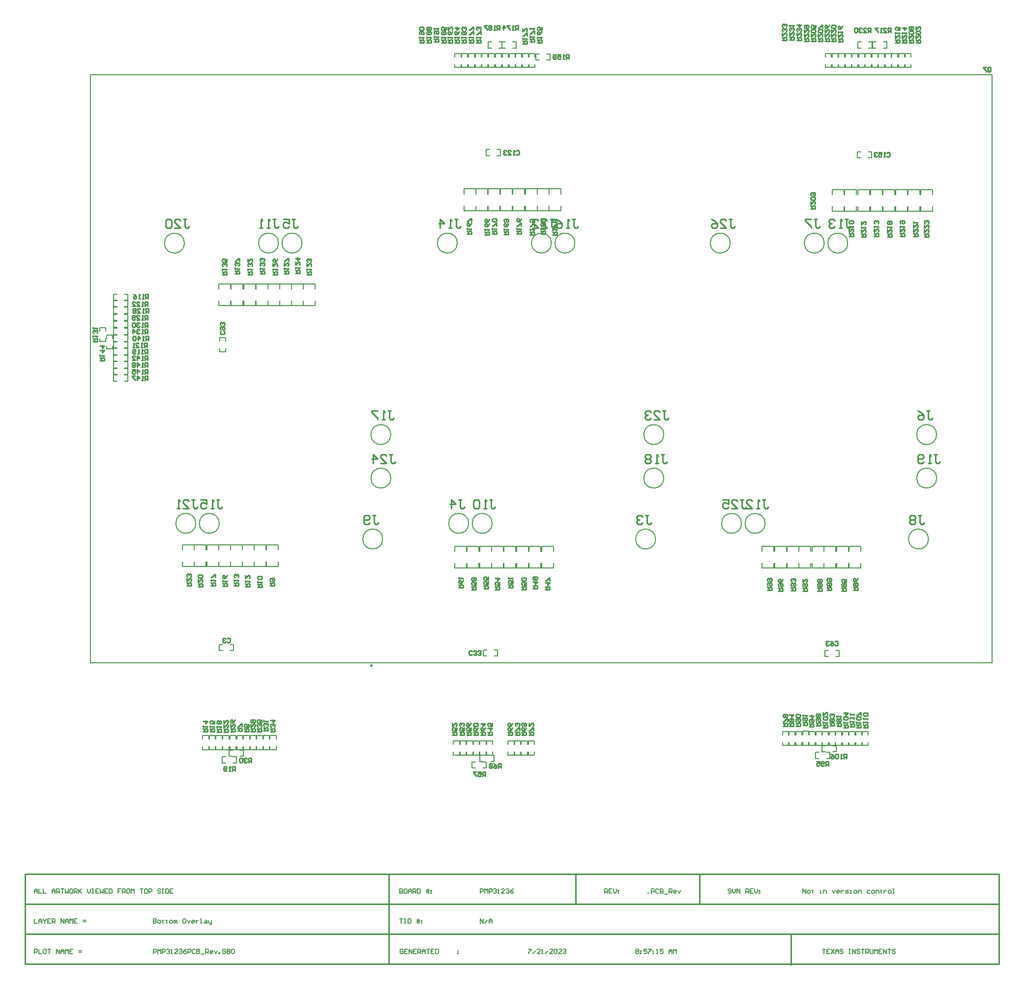
<source format=gbo>
G04*
G04 #@! TF.GenerationSoftware,Altium Limited,Altium Designer,23.6.0 (18)*
G04*
G04 Layer_Color=32896*
%FSAX44Y44*%
%MOMM*%
G71*
G04*
G04 #@! TF.SameCoordinates,B6B15AAD-09C2-4985-A1E0-6DBEE0027C76*
G04*
G04*
G04 #@! TF.FilePolarity,Positive*
G04*
G01*
G75*
%ADD10C,0.1778*%
%ADD11C,0.2500*%
%ADD12C,0.1500*%
%ADD15C,0.2032*%
%ADD16C,0.2540*%
G54D10*
X00878078Y01399540D02*
Y01408176D01*
X00867918Y01399540D02*
X00878078D01*
X00857758D02*
X00867918D01*
X00857758D02*
Y01408176D01*
Y01428496D02*
Y01437132D01*
X00867918D01*
X00878078D01*
Y01428496D02*
Y01437132D01*
X00446846Y01175251D02*
Y01181093D01*
X00436432D02*
X00446846D01*
X00436432Y01175251D02*
Y01181093D01*
X00446846Y01156709D02*
Y01162551D01*
X00436432Y01156709D02*
X00446846D01*
X00436432D02*
Y01162551D01*
X00435706Y00651788D02*
X00441548D01*
X00435706Y00641374D02*
Y00651788D01*
Y00641374D02*
X00441548D01*
X00454248Y00651788D02*
X00460090D01*
Y00641374D02*
Y00651788D01*
X00454248Y00641374D02*
X00460090D01*
X01479146Y00641788D02*
X01484988D01*
X01479146Y00631374D02*
Y00641788D01*
Y00631374D02*
X01484988D01*
X01497688Y00641788D02*
X01503530D01*
Y00631374D02*
Y00641788D01*
X01497688Y00631374D02*
X01503530D01*
X00909294Y00631839D02*
X00915136D01*
Y00642253D01*
X00909294D02*
X00915136D01*
X00890752Y00631839D02*
X00896594D01*
X00890752D02*
Y00642253D01*
X00896594D01*
X01535131Y01501013D02*
X01540973D01*
X01535131Y01490599D02*
Y01501013D01*
Y01490599D02*
X01540973D01*
X01553673Y01501013D02*
X01559515D01*
Y01490599D02*
Y01501013D01*
X01553673Y01490599D02*
X01559515D01*
X00895784Y01504829D02*
X00901626D01*
X00895784Y01494415D02*
Y01504829D01*
Y01494415D02*
X00901626D01*
X00914326Y01504829D02*
X00920168D01*
Y01494415D02*
Y01504829D01*
X00914326Y01494415D02*
X00920168D01*
X01406087Y00477774D02*
Y00483616D01*
Y00477774D02*
X01416501D01*
Y00483616D01*
X01406087Y00496316D02*
Y00502158D01*
X01416501D01*
Y00496316D02*
Y00502158D01*
X01427695Y00496316D02*
Y00502158D01*
X01417281D02*
X01427695D01*
X01417281Y00496316D02*
Y00502158D01*
X01427695Y00477774D02*
Y00483616D01*
X01417281Y00477774D02*
X01427695D01*
X01417281D02*
Y00483616D01*
X01439545Y00496316D02*
Y00502158D01*
X01429131D02*
X01439545D01*
X01429131Y00496316D02*
Y00502158D01*
X01439545Y00477774D02*
Y00483616D01*
X01429131Y00477774D02*
X01439545D01*
X01429131D02*
Y00483616D01*
X01450975Y00496816D02*
Y00502658D01*
X01440561D02*
X01450975D01*
X01440561Y00496816D02*
Y00502658D01*
X01450975Y00478274D02*
Y00484116D01*
X01440561Y00478274D02*
X01450975D01*
X01440561D02*
Y00484116D01*
X01462405Y00496316D02*
Y00502158D01*
X01451991D02*
X01462405D01*
X01451991Y00496316D02*
Y00502158D01*
X01462405Y00477774D02*
Y00483616D01*
X01451991Y00477774D02*
X01462405D01*
X01451991D02*
Y00483616D01*
X01473835Y00496316D02*
Y00502158D01*
X01463421D02*
X01473835D01*
X01463421Y00496316D02*
Y00502158D01*
X01473835Y00477774D02*
Y00483616D01*
X01463421Y00477774D02*
X01473835D01*
X01463421D02*
Y00483616D01*
X01485265Y00496316D02*
Y00502158D01*
X01474851D02*
X01485265D01*
X01474851Y00496316D02*
Y00502158D01*
X01485265Y00477774D02*
Y00483616D01*
X01474851Y00477774D02*
X01485265D01*
X01474851D02*
Y00483616D01*
X01496695Y00496316D02*
Y00502158D01*
X01486281D02*
X01496695D01*
X01486281Y00496316D02*
Y00502158D01*
X01496695Y00477774D02*
Y00483616D01*
X01486281Y00477774D02*
X01496695D01*
X01486281D02*
Y00483616D01*
X01508125Y00496316D02*
Y00502158D01*
X01497711D02*
X01508125D01*
X01497711Y00496316D02*
Y00502158D01*
X01508125Y00477774D02*
Y00483616D01*
X01497711Y00477774D02*
X01508125D01*
X01497711D02*
Y00483616D01*
X01519555Y00496316D02*
Y00502158D01*
X01509141D02*
X01519555D01*
X01509141Y00496316D02*
Y00502158D01*
X01519555Y00477774D02*
Y00483616D01*
X01509141Y00477774D02*
X01519555D01*
X01509141D02*
Y00483616D01*
X01530985Y00496316D02*
Y00502158D01*
X01520571D02*
X01530985D01*
X01520571Y00496316D02*
Y00502158D01*
X01530985Y00477774D02*
Y00483616D01*
X01520571Y00477774D02*
X01530985D01*
X01520571D02*
Y00483616D01*
X01542415Y00496316D02*
Y00502158D01*
X01532001D02*
X01542415D01*
X01532001Y00496316D02*
Y00502158D01*
X01542415Y00477774D02*
Y00483616D01*
X01532001Y00477774D02*
X01542415D01*
X01532001D02*
Y00483616D01*
X01553845Y00496316D02*
Y00502158D01*
X01543431D02*
X01553845D01*
X01543431Y00496316D02*
Y00502158D01*
X01553845Y00477774D02*
Y00483616D01*
X01543431Y00477774D02*
X01553845D01*
X01543431D02*
Y00483616D01*
X00849770Y00479836D02*
Y00485678D01*
X00839356D02*
X00849770D01*
X00839356Y00479836D02*
Y00485678D01*
X00849770Y00461294D02*
Y00467136D01*
X00839356Y00461294D02*
X00849770D01*
X00839356D02*
Y00467136D01*
X00861200Y00479836D02*
Y00485678D01*
X00850786D02*
X00861200D01*
X00850786Y00479836D02*
Y00485678D01*
X00861200Y00461294D02*
Y00467136D01*
X00850786Y00461294D02*
X00861200D01*
X00850786D02*
Y00467136D01*
X00872630Y00479836D02*
Y00485678D01*
X00862216D02*
X00872630D01*
X00862216Y00479836D02*
Y00485678D01*
X00872630Y00461294D02*
Y00467136D01*
X00862216Y00461294D02*
X00872630D01*
X00862216D02*
Y00467136D01*
X00884060Y00479836D02*
Y00485678D01*
X00873646D02*
X00884060D01*
X00873646Y00479836D02*
Y00485678D01*
X00884060Y00461294D02*
Y00467136D01*
X00873646Y00461294D02*
X00884060D01*
X00873646D02*
Y00467136D01*
X00885076Y00461294D02*
Y00467136D01*
Y00461294D02*
X00895490D01*
Y00467136D01*
X00885076Y00479836D02*
Y00485678D01*
X00895490D01*
Y00479836D02*
Y00485678D01*
X00906920Y00479836D02*
Y00485678D01*
X00896506D02*
X00906920D01*
X00896506Y00479836D02*
Y00485678D01*
X00906920Y00461294D02*
Y00467136D01*
X00896506Y00461294D02*
X00906920D01*
X00896506D02*
Y00467136D01*
X00943750Y00479836D02*
Y00485678D01*
X00933336D02*
X00943750D01*
X00933336Y00479836D02*
Y00485678D01*
X00943750Y00461294D02*
Y00467136D01*
X00933336Y00461294D02*
X00943750D01*
X00933336D02*
Y00467136D01*
X00955180Y00479836D02*
Y00485678D01*
X00944766D02*
X00955180D01*
X00944766Y00479836D02*
Y00485678D01*
X00955180Y00461294D02*
Y00467136D01*
X00944766Y00461294D02*
X00955180D01*
X00944766D02*
Y00467136D01*
X00966590Y00479836D02*
Y00485678D01*
X00956176D02*
X00966590D01*
X00956176Y00479836D02*
Y00485678D01*
X00966590Y00461294D02*
Y00467136D01*
X00956176Y00461294D02*
X00966590D01*
X00956176D02*
Y00467136D01*
X00978590Y00479836D02*
Y00485678D01*
X00968176D02*
X00978590D01*
X00968176Y00479836D02*
Y00485678D01*
X00978590Y00461294D02*
Y00467136D01*
X00968176Y00461294D02*
X00978590D01*
X00968176D02*
Y00467136D01*
X01370838Y00783590D02*
Y00792226D01*
Y00783590D02*
X01380998D01*
X01391158D01*
Y00792226D01*
Y00812546D02*
Y00821182D01*
X01380998D02*
X01391158D01*
X01370838D02*
X01380998D01*
X01370838Y00812546D02*
Y00821182D01*
X01392428Y00783590D02*
Y00792226D01*
Y00783590D02*
X01402588D01*
X01412748D01*
Y00792226D01*
Y00812546D02*
Y00821182D01*
X01402588D02*
X01412748D01*
X01392428D02*
X01402588D01*
X01392428Y00812546D02*
Y00821182D01*
X01414018Y00783590D02*
Y00792226D01*
Y00783590D02*
X01424178D01*
X01434338D01*
Y00792226D01*
Y00812546D02*
Y00821182D01*
X01424178D02*
X01434338D01*
X01414018D02*
X01424178D01*
X01414018Y00812546D02*
Y00821182D01*
X01434338Y00783590D02*
Y00792226D01*
Y00783590D02*
X01444498D01*
X01454658D01*
Y00792226D01*
Y00812546D02*
Y00821182D01*
X01444498D02*
X01454658D01*
X01434338D02*
X01444498D01*
X01434338Y00812546D02*
Y00821182D01*
X01457198Y00783590D02*
Y00792226D01*
Y00783590D02*
X01467358D01*
X01477518D01*
Y00792226D01*
Y00812546D02*
Y00821182D01*
X01467358D02*
X01477518D01*
X01457198D02*
X01467358D01*
X01457198Y00812546D02*
Y00821182D01*
X01477518Y00783590D02*
Y00792226D01*
Y00783590D02*
X01487678D01*
X01497838D01*
Y00792226D01*
Y00812546D02*
Y00821182D01*
X01487678D02*
X01497838D01*
X01477518D02*
X01487678D01*
X01477518Y00812546D02*
Y00821182D01*
X01499108Y00783590D02*
Y00792226D01*
Y00783590D02*
X01509268D01*
X01519428D01*
Y00792226D01*
Y00812546D02*
Y00821182D01*
X01509268D02*
X01519428D01*
X01499108D02*
X01509268D01*
X01499108Y00812546D02*
Y00821182D01*
X01520698Y00783590D02*
Y00792226D01*
Y00783590D02*
X01530858D01*
X01541018D01*
Y00792226D01*
Y00812546D02*
Y00821182D01*
X01530858D02*
X01541018D01*
X01520698D02*
X01530858D01*
X01520698Y00812546D02*
Y00821182D01*
X01462786Y00465963D02*
X01468628D01*
X01462786Y00455549D02*
Y00465963D01*
Y00455549D02*
X01468628D01*
X01481328Y00465963D02*
X01487170D01*
Y00455549D02*
Y00465963D01*
X01481328Y00455549D02*
X01487170D01*
X01474216Y00477393D02*
X01480058D01*
X01474216Y00466979D02*
Y00477393D01*
Y00466979D02*
X01480058D01*
X01492758Y00477393D02*
X01498600D01*
Y00466979D02*
Y00477393D01*
X01492758Y00466979D02*
X01498600D01*
X00871333Y00449453D02*
X00877175D01*
X00871333Y00439039D02*
Y00449453D01*
Y00439039D02*
X00877175D01*
X00889875Y00449453D02*
X00895717D01*
Y00439039D02*
Y00449453D01*
X00889875Y00439039D02*
X00895717D01*
X00884936Y00460883D02*
X00890778D01*
X00884936Y00450469D02*
Y00460883D01*
Y00450469D02*
X00890778D01*
X00903478Y00460883D02*
X00909320D01*
Y00450469D02*
Y00460883D01*
X00903478Y00450469D02*
X00909320D01*
X00417833Y00488886D02*
Y00494728D01*
X00407419D02*
X00417833D01*
X00407419Y00488886D02*
Y00494728D01*
X00417833Y00470344D02*
Y00476186D01*
X00407419Y00470344D02*
X00417833D01*
X00407419D02*
Y00476186D01*
X00429263Y00488886D02*
Y00494728D01*
X00418849D02*
X00429263D01*
X00418849Y00488886D02*
Y00494728D01*
X00429263Y00470344D02*
Y00476186D01*
X00418849Y00470344D02*
X00429263D01*
X00418849D02*
Y00476186D01*
X00440693Y00488886D02*
Y00494728D01*
X00430279D02*
X00440693D01*
X00430279Y00488886D02*
Y00494728D01*
X00440693Y00470344D02*
Y00476186D01*
X00430279Y00470344D02*
X00440693D01*
X00430279D02*
Y00476186D01*
X00452693Y00488886D02*
Y00494728D01*
X00442279D02*
X00452693D01*
X00442279Y00488886D02*
Y00494728D01*
X00452693Y00470344D02*
Y00476186D01*
X00442279Y00470344D02*
X00452693D01*
X00442279D02*
Y00476186D01*
X00464693Y00488886D02*
Y00494728D01*
X00454279D02*
X00464693D01*
X00454279Y00488886D02*
Y00494728D01*
X00464693Y00470344D02*
Y00476186D01*
X00454279Y00470344D02*
X00464693D01*
X00454279D02*
Y00476186D01*
X00476750Y00488886D02*
Y00494728D01*
X00466336D02*
X00476750D01*
X00466336Y00488886D02*
Y00494728D01*
X00476750Y00470344D02*
Y00476186D01*
X00466336Y00470344D02*
X00476750D01*
X00466336D02*
Y00476186D01*
X00488180Y00488886D02*
Y00494728D01*
X00477766D02*
X00488180D01*
X00477766Y00488886D02*
Y00494728D01*
X00488180Y00470344D02*
Y00476186D01*
X00477766Y00470344D02*
X00488180D01*
X00477766D02*
Y00476186D01*
X00499610Y00488886D02*
Y00494728D01*
X00489196D02*
X00499610D01*
X00489196Y00488886D02*
Y00494728D01*
X00499610Y00470344D02*
Y00476186D01*
X00489196Y00470344D02*
X00499610D01*
X00489196D02*
Y00476186D01*
X00511040Y00488886D02*
Y00494728D01*
X00500626D02*
X00511040D01*
X00500626Y00488886D02*
Y00494728D01*
X00511040Y00470344D02*
Y00476186D01*
X00500626Y00470344D02*
X00511040D01*
X00500626D02*
Y00476186D01*
X00522470Y00488886D02*
Y00494728D01*
X00512056D02*
X00522470D01*
X00512056Y00488886D02*
Y00494728D01*
X00522470Y00470344D02*
Y00476186D01*
X00512056Y00470344D02*
X00522470D01*
X00512056D02*
Y00476186D01*
X00533900Y00488886D02*
Y00494728D01*
X00523486D02*
X00533900D01*
X00523486Y00488886D02*
Y00494728D01*
X00533900Y00470344D02*
Y00476186D01*
X00523486Y00470344D02*
X00533900D01*
X00523486D02*
Y00476186D01*
X00453136Y00469773D02*
X00458978D01*
X00453136Y00459359D02*
Y00469773D01*
Y00459359D02*
X00458978D01*
X00471678Y00469773D02*
X00477520D01*
Y00459359D02*
Y00469773D01*
X00471678Y00459359D02*
X00477520D01*
X00440916Y00458343D02*
X00446758D01*
X00440916Y00447929D02*
Y00458343D01*
Y00447929D02*
X00446758D01*
X00459458Y00458343D02*
X00465300D01*
Y00447929D02*
Y00458343D01*
X00459458Y00447929D02*
X00465300D01*
X00841248Y00783590D02*
Y00792226D01*
Y00783590D02*
X00851408D01*
X00861568D01*
Y00792226D01*
Y00812546D02*
Y00821182D01*
X00851408D02*
X00861568D01*
X00841248D02*
X00851408D01*
X00841248Y00812546D02*
Y00821182D01*
X00862838Y00783590D02*
Y00792226D01*
Y00783590D02*
X00872998D01*
X00883158D01*
Y00792226D01*
Y00812546D02*
Y00821182D01*
X00872998D02*
X00883158D01*
X00862838D02*
X00872998D01*
X00862838Y00812546D02*
Y00821182D01*
X00884428Y00783590D02*
Y00792226D01*
Y00783590D02*
X00894588D01*
X00904748D01*
Y00792226D01*
Y00812546D02*
Y00821182D01*
X00894588D02*
X00904748D01*
X00884428D02*
X00894588D01*
X00884428Y00812546D02*
Y00821182D01*
X00904748Y00783590D02*
Y00792226D01*
Y00783590D02*
X00914908D01*
X00925068D01*
Y00792226D01*
Y00812546D02*
Y00821182D01*
X00914908D02*
X00925068D01*
X00904748D02*
X00914908D01*
X00904748Y00812546D02*
Y00821182D01*
X00926338Y00783590D02*
Y00792226D01*
Y00783590D02*
X00936498D01*
X00946658D01*
Y00792226D01*
Y00812546D02*
Y00821182D01*
X00936498D02*
X00946658D01*
X00926338D02*
X00936498D01*
X00926338Y00812546D02*
Y00821182D01*
X00947928Y00783590D02*
Y00792226D01*
Y00783590D02*
X00958088D01*
X00968248D01*
Y00792226D01*
Y00812546D02*
Y00821182D01*
X00958088D02*
X00968248D01*
X00947928D02*
X00958088D01*
X00947928Y00812546D02*
Y00821182D01*
X00969373Y00783590D02*
Y00792226D01*
Y00783590D02*
X00979533D01*
X00989693D01*
Y00792226D01*
Y00812546D02*
Y00821182D01*
X00979533D02*
X00989693D01*
X00969373D02*
X00979533D01*
X00969373Y00812546D02*
Y00821182D01*
X00991108Y00783590D02*
Y00792226D01*
Y00783590D02*
X01001268D01*
X01011428D01*
Y00792226D01*
Y00812546D02*
Y00821182D01*
X01001268D02*
X01011428D01*
X00991108D02*
X01001268D01*
X00991108Y00812546D02*
Y00821182D01*
X00372618Y00815086D02*
Y00823722D01*
X00382778D01*
X00392938D01*
Y00815086D02*
Y00823722D01*
Y00786130D02*
Y00794766D01*
X00382778Y00786130D02*
X00392938D01*
X00372618D02*
X00382778D01*
X00372618D02*
Y00794766D01*
X00392938Y00786130D02*
Y00794766D01*
Y00786130D02*
X00403098D01*
X00413258D01*
Y00794766D01*
Y00815086D02*
Y00823722D01*
X00403098D02*
X00413258D01*
X00392938D02*
X00403098D01*
X00392938Y00815086D02*
Y00823722D01*
X00414528Y00786130D02*
Y00794766D01*
Y00786130D02*
X00424688D01*
X00434848D01*
Y00794766D01*
Y00815086D02*
Y00823722D01*
X00424688D02*
X00434848D01*
X00414528D02*
X00424688D01*
X00414528Y00815086D02*
Y00823722D01*
X00434848Y00786130D02*
Y00794766D01*
Y00786130D02*
X00445008D01*
X00455168D01*
Y00794766D01*
Y00815086D02*
Y00823722D01*
X00445008D02*
X00455168D01*
X00434848D02*
X00445008D01*
X00434848Y00815086D02*
Y00823722D01*
X00455168Y00786130D02*
Y00794766D01*
Y00786130D02*
X00465328D01*
X00475488D01*
Y00794766D01*
Y00815086D02*
Y00823722D01*
X00465328D02*
X00475488D01*
X00455168D02*
X00465328D01*
X00455168Y00815086D02*
Y00823722D01*
X00475488Y00786130D02*
Y00794766D01*
Y00786130D02*
X00485648D01*
X00495808D01*
Y00794766D01*
Y00815086D02*
Y00823722D01*
X00485648D02*
X00495808D01*
X00475488D02*
X00485648D01*
X00475488Y00815086D02*
Y00823722D01*
X00495808Y00786130D02*
Y00794766D01*
Y00786130D02*
X00505968D01*
X00516128D01*
Y00794766D01*
Y00815086D02*
Y00823722D01*
X00505968D02*
X00516128D01*
X00495808D02*
X00505968D01*
X00495808Y00815086D02*
Y00823722D01*
X00517398Y00786130D02*
Y00794766D01*
Y00786130D02*
X00527558D01*
X00537718D01*
Y00794766D01*
Y00815086D02*
Y00823722D01*
X00527558D02*
X00537718D01*
X00517398D02*
X00527558D01*
X00517398Y00815086D02*
Y00823722D01*
X00252095Y01179576D02*
Y01185418D01*
X00241681D02*
X00252095D01*
X00241681Y01179576D02*
Y01185418D01*
X00252095Y01161034D02*
Y01166876D01*
X00241681Y01161034D02*
X00252095D01*
X00241681D02*
Y01166876D01*
X00240665Y01192276D02*
Y01198118D01*
X00230251D02*
X00240665D01*
X00230251Y01192276D02*
Y01198118D01*
X00240665Y01173734D02*
Y01179576D01*
X00230251Y01173734D02*
X00240665D01*
X00230251D02*
Y01179576D01*
X00272288Y01105789D02*
X00278130D01*
Y01116203D01*
X00272288D02*
X00278130D01*
X00253746Y01105789D02*
X00259588D01*
X00253746D02*
Y01116203D01*
X00259588D01*
X00272288Y01117219D02*
X00278130D01*
Y01127633D01*
X00272288D02*
X00278130D01*
X00253746Y01117219D02*
X00259588D01*
X00253746D02*
Y01127633D01*
X00259588D01*
X00272288Y01128649D02*
X00278130D01*
Y01139063D01*
X00272288D02*
X00278130D01*
X00253746Y01128649D02*
X00259588D01*
X00253746D02*
Y01139063D01*
X00259588D01*
X00272288Y01140079D02*
X00278130D01*
Y01150493D01*
X00272288D02*
X00278130D01*
X00253746Y01140079D02*
X00259588D01*
X00253746D02*
Y01150493D01*
X00259588D01*
X00272288Y01151509D02*
X00278130D01*
Y01161923D01*
X00272288D02*
X00278130D01*
X00253746Y01151509D02*
X00259588D01*
X00253746D02*
Y01161923D01*
X00259588D01*
X00272288Y01162939D02*
X00278130D01*
Y01173353D01*
X00272288D02*
X00278130D01*
X00253746Y01162939D02*
X00259588D01*
X00253746D02*
Y01173353D01*
X00259588D01*
X00272288Y01174369D02*
X00278130D01*
Y01184783D01*
X00272288D02*
X00278130D01*
X00253746Y01174369D02*
X00259588D01*
X00253746D02*
Y01184783D01*
X00259588D01*
X00272288Y01186369D02*
X00278130D01*
Y01196783D01*
X00272288D02*
X00278130D01*
X00253746Y01186369D02*
X00259588D01*
X00253746D02*
Y01196783D01*
X00259588D01*
X00272288Y01198369D02*
X00278130D01*
Y01208783D01*
X00272288D02*
X00278130D01*
X00253746Y01198369D02*
X00259588D01*
X00253746D02*
Y01208783D01*
X00259588D01*
X00272288Y01210369D02*
X00278130D01*
Y01220783D01*
X00272288D02*
X00278130D01*
X00253746Y01210369D02*
X00259588D01*
X00253746D02*
Y01220783D01*
X00259588D01*
X00272288Y01222629D02*
X00278130D01*
Y01233043D01*
X00272288D02*
X00278130D01*
X00253746Y01222629D02*
X00259588D01*
X00253746D02*
Y01233043D01*
X00259588D01*
X00272288Y01234059D02*
X00278130D01*
Y01244473D01*
X00272288D02*
X00278130D01*
X00253746Y01234059D02*
X00259588D01*
X00253746D02*
Y01244473D01*
X00259588D01*
X00272288Y01245334D02*
X00278130D01*
Y01255748D01*
X00272288D02*
X00278130D01*
X00253746Y01245334D02*
X00259588D01*
X00253746D02*
Y01255748D01*
X00259588D01*
X00434848Y01235710D02*
Y01244346D01*
Y01235710D02*
X00445008D01*
X00455168D01*
Y01244346D01*
Y01264666D02*
Y01273302D01*
X00445008D02*
X00455168D01*
X00434848D02*
X00445008D01*
X00434848Y01264666D02*
Y01273302D01*
X00456438Y01235710D02*
Y01244346D01*
Y01235710D02*
X00466598D01*
X00476758D01*
Y01244346D01*
Y01264666D02*
Y01273302D01*
X00466598D02*
X00476758D01*
X00456438D02*
X00466598D01*
X00456438Y01264666D02*
Y01273302D01*
X00478028Y01235710D02*
Y01244346D01*
Y01235710D02*
X00488188D01*
X00498348D01*
Y01244346D01*
Y01264666D02*
Y01273302D01*
X00488188D02*
X00498348D01*
X00478028D02*
X00488188D01*
X00478028Y01264666D02*
Y01273302D01*
X00499618Y01235710D02*
Y01244346D01*
Y01235710D02*
X00509778D01*
X00519938D01*
Y01244346D01*
Y01264666D02*
Y01273302D01*
X00509778D02*
X00519938D01*
X00499618D02*
X00509778D01*
X00499618Y01264666D02*
Y01273302D01*
X00519938Y01235710D02*
Y01244346D01*
Y01235710D02*
X00530098D01*
X00540258D01*
Y01244346D01*
Y01264666D02*
Y01273302D01*
X00530098D02*
X00540258D01*
X00519938D02*
X00530098D01*
X00519938Y01264666D02*
Y01273302D01*
X00540258Y01235710D02*
Y01244346D01*
Y01235710D02*
X00550418D01*
X00560578D01*
Y01244346D01*
Y01264666D02*
Y01273302D01*
X00550418D02*
X00560578D01*
X00540258D02*
X00550418D01*
X00540258Y01264666D02*
Y01273302D01*
X00560578Y01235710D02*
Y01244346D01*
Y01235710D02*
X00570738D01*
X00580898D01*
Y01244346D01*
Y01264666D02*
Y01273302D01*
X00570738D02*
X00580898D01*
X00560578D02*
X00570738D01*
X00560578Y01264666D02*
Y01273302D01*
X00580898Y01235710D02*
Y01244346D01*
Y01235710D02*
X00591058D01*
X00601218D01*
Y01244346D01*
Y01264666D02*
Y01273302D01*
X00591058D02*
X00601218D01*
X00580898D02*
X00591058D01*
X00580898Y01264666D02*
Y01273302D01*
X01511808Y01427226D02*
Y01435862D01*
X01501648D02*
X01511808D01*
X01491488D02*
X01501648D01*
X01491488Y01427226D02*
Y01435862D01*
Y01398270D02*
Y01406906D01*
Y01398270D02*
X01501648D01*
X01511808D01*
Y01406906D01*
X01533398Y01427226D02*
Y01435862D01*
X01523238D02*
X01533398D01*
X01513078D02*
X01523238D01*
X01513078Y01427226D02*
Y01435862D01*
Y01398270D02*
Y01406906D01*
Y01398270D02*
X01523238D01*
X01533398D01*
Y01406906D01*
X01555878Y01427226D02*
Y01435862D01*
X01545718D02*
X01555878D01*
X01535558D02*
X01545718D01*
X01535558Y01427226D02*
Y01435862D01*
Y01398270D02*
Y01406906D01*
Y01398270D02*
X01545718D01*
X01555878D01*
Y01406906D01*
X01577848Y01427226D02*
Y01435862D01*
X01567688D02*
X01577848D01*
X01557528D02*
X01567688D01*
X01557528Y01427226D02*
Y01435862D01*
Y01398270D02*
Y01406906D01*
Y01398270D02*
X01567688D01*
X01577848D01*
Y01406906D01*
X01599438Y01427226D02*
Y01435862D01*
X01589278D02*
X01599438D01*
X01579118D02*
X01589278D01*
X01579118Y01427226D02*
Y01435862D01*
Y01398270D02*
Y01406906D01*
Y01398270D02*
X01589278D01*
X01599438D01*
Y01406906D01*
X01621028Y01427226D02*
Y01435862D01*
X01610868D02*
X01621028D01*
X01600708D02*
X01610868D01*
X01600708Y01427226D02*
Y01435862D01*
Y01398270D02*
Y01406906D01*
Y01398270D02*
X01610868D01*
X01621028D01*
Y01406906D01*
X01642618Y01427226D02*
Y01435862D01*
X01632458D02*
X01642618D01*
X01622298D02*
X01632458D01*
X01622298Y01427226D02*
Y01435862D01*
Y01398270D02*
Y01406906D01*
Y01398270D02*
X01632458D01*
X01642618D01*
Y01406906D01*
X01664208Y01427226D02*
Y01435862D01*
X01654048D02*
X01664208D01*
X01643888D02*
X01654048D01*
X01643888Y01427226D02*
Y01435862D01*
Y01398270D02*
Y01406906D01*
Y01398270D02*
X01654048D01*
X01664208D01*
Y01406906D01*
X00898398Y01428496D02*
Y01437132D01*
X00888238D02*
X00898398D01*
X00878078D02*
X00888238D01*
X00878078Y01428496D02*
Y01437132D01*
Y01399540D02*
Y01408176D01*
Y01399540D02*
X00888238D01*
X00898398D01*
Y01408176D01*
X00919418Y01428496D02*
Y01437132D01*
X00909258D02*
X00919418D01*
X00899098D02*
X00909258D01*
X00899098Y01428496D02*
Y01437132D01*
Y01399540D02*
Y01408176D01*
Y01399540D02*
X00909258D01*
X00919418D01*
Y01408176D01*
X00940308Y01428496D02*
Y01437132D01*
X00930148D02*
X00940308D01*
X00919988D02*
X00930148D01*
X00919988Y01428496D02*
Y01437132D01*
Y01399540D02*
Y01408176D01*
Y01399540D02*
X00930148D01*
X00940308D01*
Y01408176D01*
X00961898Y01428496D02*
Y01437132D01*
X00951738D02*
X00961898D01*
X00941578D02*
X00951738D01*
X00941578Y01428496D02*
Y01437132D01*
Y01399540D02*
Y01408176D01*
Y01399540D02*
X00951738D01*
X00961898D01*
Y01408176D01*
X00983488Y01428496D02*
Y01437132D01*
X00973328D02*
X00983488D01*
X00963168D02*
X00973328D01*
X00963168Y01428496D02*
Y01437132D01*
Y01399540D02*
Y01408176D01*
Y01399540D02*
X00973328D01*
X00983488D01*
Y01408176D01*
X01003808Y01428496D02*
Y01437132D01*
X00993648D02*
X01003808D01*
X00983488D02*
X00993648D01*
X00983488Y01428496D02*
Y01437132D01*
Y01399540D02*
Y01408176D01*
Y01399540D02*
X00993648D01*
X01003808D01*
Y01408176D01*
X01024128Y01399540D02*
Y01408176D01*
X01013968Y01399540D02*
X01024128D01*
X01003808D02*
X01013968D01*
X01003808D02*
Y01408176D01*
Y01428496D02*
Y01437132D01*
X01013968D01*
X01024128D01*
Y01428496D02*
Y01437132D01*
X01479931Y01646174D02*
Y01652016D01*
Y01646174D02*
X01490345D01*
Y01652016D01*
X01479931Y01664716D02*
Y01670558D01*
X01490345D01*
Y01664716D02*
Y01670558D01*
X01491361Y01646174D02*
Y01652016D01*
Y01646174D02*
X01501775D01*
Y01652016D01*
X01491361Y01664716D02*
Y01670558D01*
X01501775D01*
Y01664716D02*
Y01670558D01*
X01502791Y01646174D02*
Y01652016D01*
Y01646174D02*
X01513205D01*
Y01652016D01*
X01502791Y01664716D02*
Y01670558D01*
X01513205D01*
Y01664716D02*
Y01670558D01*
X01514221Y01646174D02*
Y01652016D01*
Y01646174D02*
X01524635D01*
Y01652016D01*
X01514221Y01664716D02*
Y01670558D01*
X01524635D01*
Y01664716D02*
Y01670558D01*
X01525651Y01646174D02*
Y01652016D01*
Y01646174D02*
X01536065D01*
Y01652016D01*
X01525651Y01664716D02*
Y01670558D01*
X01536065D01*
Y01664716D02*
Y01670558D01*
X01537081Y01646174D02*
Y01652016D01*
Y01646174D02*
X01547495D01*
Y01652016D01*
X01537081Y01664716D02*
Y01670558D01*
X01547495D01*
Y01664716D02*
Y01670558D01*
X01548511Y01646174D02*
Y01652016D01*
Y01646174D02*
X01558925D01*
Y01652016D01*
X01548511Y01664716D02*
Y01670558D01*
X01558925D01*
Y01664716D02*
Y01670558D01*
X01559941Y01646174D02*
Y01652016D01*
Y01646174D02*
X01570355D01*
Y01652016D01*
X01559941Y01664716D02*
Y01670558D01*
X01570355D01*
Y01664716D02*
Y01670558D01*
X01571371Y01646174D02*
Y01652016D01*
Y01646174D02*
X01581785D01*
Y01652016D01*
X01571371Y01664716D02*
Y01670558D01*
X01581785D01*
Y01664716D02*
Y01670558D01*
X01582801Y01646174D02*
Y01652016D01*
Y01646174D02*
X01593215D01*
Y01652016D01*
X01582801Y01664716D02*
Y01670558D01*
X01593215D01*
Y01664716D02*
Y01670558D01*
X01554615Y01679829D02*
X01560457D01*
Y01690243D01*
X01554615D02*
X01560457D01*
X01536073Y01679829D02*
X01541915D01*
X01536073D02*
Y01690243D01*
X01541915D01*
X01579958Y01679829D02*
X01585800D01*
Y01690243D01*
X01579958D02*
X01585800D01*
X01561416Y01679829D02*
X01567258D01*
X01561416D02*
Y01690243D01*
X01567258D01*
X01594231Y01646174D02*
Y01652016D01*
Y01646174D02*
X01604645D01*
Y01652016D01*
X01594231Y01664716D02*
Y01670558D01*
X01604645D01*
Y01664716D02*
Y01670558D01*
X01605661Y01646174D02*
Y01652016D01*
Y01646174D02*
X01616075D01*
Y01652016D01*
X01605661Y01664716D02*
Y01670558D01*
X01616075D01*
Y01664716D02*
Y01670558D01*
X01617105Y01646174D02*
Y01652016D01*
Y01646174D02*
X01627519D01*
Y01652016D01*
X01617105Y01664716D02*
Y01670558D01*
X01627519D01*
Y01664716D02*
Y01670558D01*
X00941528Y01679829D02*
X00947370D01*
Y01690243D01*
X00941528D02*
X00947370D01*
X00922986Y01679829D02*
X00928828D01*
X00922986D02*
Y01690243D01*
X00928828D01*
X00917338Y01679829D02*
X00923180D01*
Y01690243D01*
X00917338D02*
X00923180D01*
X00898796Y01679829D02*
X00904638D01*
X00898796D02*
Y01690243D01*
X00904638D01*
X00852335Y01664716D02*
Y01670558D01*
X00841921D02*
X00852335D01*
X00841921Y01664716D02*
Y01670558D01*
X00852335Y01646174D02*
Y01652016D01*
X00841921Y01646174D02*
X00852335D01*
X00841921D02*
Y01652016D01*
X00863665Y01664716D02*
Y01670558D01*
X00853251D02*
X00863665D01*
X00853251Y01664716D02*
Y01670558D01*
X00863665Y01646174D02*
Y01652016D01*
X00853251Y01646174D02*
X00863665D01*
X00853251D02*
Y01652016D01*
X00865251Y01646174D02*
Y01652016D01*
Y01646174D02*
X00875665D01*
Y01652016D01*
X00865251Y01664716D02*
Y01670558D01*
X00875665D01*
Y01664716D02*
Y01670558D01*
X00876681Y01646174D02*
Y01652016D01*
Y01646174D02*
X00887095D01*
Y01652016D01*
X00876681Y01664716D02*
Y01670558D01*
X00887095D01*
Y01664716D02*
Y01670558D01*
X00888111Y01646174D02*
Y01652016D01*
Y01646174D02*
X00898525D01*
Y01652016D01*
X00888111Y01664716D02*
Y01670558D01*
X00898525D01*
Y01664716D02*
Y01670558D01*
X00899541Y01646174D02*
Y01652016D01*
Y01646174D02*
X00909955D01*
Y01652016D01*
X00899541Y01664716D02*
Y01670558D01*
X00909955D01*
Y01664716D02*
Y01670558D01*
X00911671Y01646174D02*
Y01652016D01*
Y01646174D02*
X00922085D01*
Y01652016D01*
X00911671Y01664716D02*
Y01670558D01*
X00922085D01*
Y01664716D02*
Y01670558D01*
X00923671Y01646174D02*
Y01652016D01*
Y01646174D02*
X00934085D01*
Y01652016D01*
X00923671Y01664716D02*
Y01670558D01*
X00934085D01*
Y01664716D02*
Y01670558D01*
X00935101Y01646174D02*
Y01652016D01*
Y01646174D02*
X00945515D01*
Y01652016D01*
X00935101Y01664716D02*
Y01670558D01*
X00945515D01*
Y01664716D02*
Y01670558D01*
X00946531Y01646174D02*
Y01652016D01*
Y01646174D02*
X00956945D01*
Y01652016D01*
X00946531Y01664716D02*
Y01670558D01*
X00956945D01*
Y01664716D02*
Y01670558D01*
X00957961Y01646174D02*
Y01652016D01*
Y01646174D02*
X00968375D01*
Y01652016D01*
X00957961Y01664716D02*
Y01670558D01*
X00968375D01*
Y01664716D02*
Y01670558D01*
X00999998Y01659159D02*
X01005840D01*
Y01669573D01*
X00999998D02*
X01005840D01*
X00981456Y01659159D02*
X00987298D01*
X00981456D02*
Y01669573D01*
X00987298D01*
X00969391Y01646174D02*
Y01652016D01*
Y01646174D02*
X00979805D01*
Y01652016D01*
X00969391Y01664716D02*
Y01670558D01*
X00979805D01*
Y01664716D02*
Y01670558D01*
G54D11*
X00699268Y00615686D02*
G03*
X00699268Y00615686I-00001250J00000000D01*
G01*
G54D12*
X00375936Y01343686D02*
G03*
X00375936Y01343686I-00017168J00000000D01*
G01*
X01671436Y00938686D02*
G03*
X01671436Y00938686I-00017168J00000000D01*
G01*
X01201436D02*
G03*
X01201436Y00938686I-00017168J00000000D01*
G01*
X00731436Y01013686D02*
G03*
X00731436Y01013686I-00017168J00000000D01*
G01*
X01048436Y01343686D02*
G03*
X01048436Y01343686I-00017168J00000000D01*
G01*
X00435936Y00860686D02*
G03*
X00435936Y00860686I-00017168J00000000D01*
G01*
X01315936Y01343686D02*
G03*
X01315936Y01343686I-00017168J00000000D01*
G01*
X01335436Y00860686D02*
G03*
X01335436Y00860686I-00017168J00000000D01*
G01*
X00731436Y00938686D02*
G03*
X00731436Y00938686I-00017168J00000000D01*
G01*
X01201436Y01013686D02*
G03*
X01201436Y01013686I-00017168J00000000D01*
G01*
X01007936Y01343686D02*
G03*
X01007936Y01343686I-00017168J00000000D01*
G01*
X00395436Y00860686D02*
G03*
X00395436Y00860686I-00017168J00000000D01*
G01*
X00905936D02*
G03*
X00905936Y00860686I-00017168J00000000D01*
G01*
X00717436Y00833686D02*
G03*
X00717436Y00833686I-00017168J00000000D01*
G01*
X01657436D02*
G03*
X01657436Y00833686I-00017168J00000000D01*
G01*
X01477936Y01343686D02*
G03*
X01477936Y01343686I-00017168J00000000D01*
G01*
X01671436Y01013686D02*
G03*
X01671436Y01013686I-00017168J00000000D01*
G01*
X00578436Y01343686D02*
G03*
X00578436Y01343686I-00017168J00000000D01*
G01*
X00865436Y00860686D02*
G03*
X00865436Y00860686I-00017168J00000000D01*
G01*
X00845936Y01343686D02*
G03*
X00845936Y01343686I-00017168J00000000D01*
G01*
X01518436D02*
G03*
X01518436Y01343686I-00017168J00000000D01*
G01*
X01375936Y00860686D02*
G03*
X01375936Y00860686I-00017168J00000000D01*
G01*
X00537936Y01343686D02*
G03*
X00537936Y01343686I-00017168J00000000D01*
G01*
X01187436Y00833686D02*
G03*
X01187436Y00833686I-00017168J00000000D01*
G01*
X00214268Y00620686D02*
X01767268D01*
Y01633686D01*
X00214268D02*
X01767268D01*
X00214268Y00620686D02*
Y01633686D01*
G54D15*
X00322326Y00179196D02*
Y00171579D01*
X00326135D01*
X00327404Y00172848D01*
Y00174118D01*
X00326135Y00175387D01*
X00322326D01*
X00326135D01*
X00327404Y00176657D01*
Y00177927D01*
X00326135Y00179196D01*
X00322326D01*
X00331213Y00171579D02*
X00333752D01*
X00335022Y00172848D01*
Y00175387D01*
X00333752Y00176657D01*
X00331213D01*
X00329944Y00175387D01*
Y00172848D01*
X00331213Y00171579D01*
X00338831Y00177927D02*
Y00176657D01*
X00337561D01*
X00340100D01*
X00338831D01*
Y00172848D01*
X00340100Y00171579D01*
X00345179Y00177927D02*
Y00176657D01*
X00343909D01*
X00346448D01*
X00345179D01*
Y00172848D01*
X00346448Y00171579D01*
X00351527D02*
X00354066D01*
X00355335Y00172848D01*
Y00175387D01*
X00354066Y00176657D01*
X00351527D01*
X00350257Y00175387D01*
Y00172848D01*
X00351527Y00171579D01*
X00357874D02*
Y00176657D01*
X00359144D01*
X00360414Y00175387D01*
Y00171579D01*
Y00175387D01*
X00361683Y00176657D01*
X00362953Y00175387D01*
Y00171579D01*
X00376918Y00179196D02*
X00374379D01*
X00373110Y00177927D01*
Y00172848D01*
X00374379Y00171579D01*
X00376918D01*
X00378188Y00172848D01*
Y00177927D01*
X00376918Y00179196D01*
X00380727Y00176657D02*
X00383266Y00171579D01*
X00385806Y00176657D01*
X00392153Y00171579D02*
X00389614D01*
X00388345Y00172848D01*
Y00175387D01*
X00389614Y00176657D01*
X00392153D01*
X00393423Y00175387D01*
Y00174118D01*
X00388345D01*
X00395962Y00176657D02*
Y00171579D01*
Y00174118D01*
X00397232Y00175387D01*
X00398501Y00176657D01*
X00399771D01*
X00403580Y00171579D02*
X00406119D01*
X00404849D01*
Y00179196D01*
X00403580D01*
X00411197Y00176657D02*
X00413736D01*
X00415006Y00175387D01*
Y00171579D01*
X00411197D01*
X00409928Y00172848D01*
X00411197Y00174118D01*
X00415006D01*
X00417545Y00176657D02*
Y00172848D01*
X00418815Y00171579D01*
X00422623D01*
Y00170309D01*
X00421354Y00169039D01*
X00420084D01*
X00422623Y00171579D02*
Y00176657D01*
X00885317Y00171450D02*
Y00179067D01*
X00890395Y00171450D01*
Y00179067D01*
X00892934Y00171450D02*
X00898013Y00176528D01*
X00900552Y00171450D02*
Y00176528D01*
X00903091Y00179067D01*
X00905630Y00176528D01*
Y00171450D01*
Y00175259D01*
X00900552D01*
X00746760Y00179067D02*
X00751838D01*
X00749299D01*
Y00171450D01*
X00754378Y00179067D02*
X00756917D01*
X00755647D01*
Y00171450D01*
X00754378D01*
X00756917D01*
X00760725Y00179067D02*
Y00171450D01*
X00764534D01*
X00765804Y00172720D01*
Y00177798D01*
X00764534Y00179067D01*
X00760725D01*
X00777230Y00171450D02*
Y00179067D01*
X00779769D02*
Y00171450D01*
X00775961Y00176528D02*
X00779769D01*
X00781039D01*
X00775961Y00173989D02*
X00781039D01*
X00783578Y00176528D02*
X00784848D01*
Y00175259D01*
X00783578D01*
Y00176528D01*
Y00172720D02*
X00784848D01*
Y00171450D01*
X00783578D01*
Y00172720D01*
X01474470Y00126912D02*
X01479548D01*
X01477009D01*
Y00119295D01*
X01487166Y00126912D02*
X01482088D01*
Y00119295D01*
X01487166D01*
X01482088Y00123104D02*
X01484627D01*
X01489705Y00126912D02*
X01494783Y00119295D01*
Y00126912D02*
X01489705Y00119295D01*
X01497323D02*
Y00124373D01*
X01499862Y00126912D01*
X01502401Y00124373D01*
Y00119295D01*
Y00123104D01*
X01497323D01*
X01510018Y00125643D02*
X01508749Y00126912D01*
X01506210D01*
X01504940Y00125643D01*
Y00124373D01*
X01506210Y00123104D01*
X01508749D01*
X01510018Y00121834D01*
Y00120564D01*
X01508749Y00119295D01*
X01506210D01*
X01504940Y00120564D01*
X01520175Y00126912D02*
X01522714D01*
X01521445D01*
Y00119295D01*
X01520175D01*
X01522714D01*
X01526523D02*
Y00126912D01*
X01531602Y00119295D01*
Y00126912D01*
X01539219Y00125643D02*
X01537950Y00126912D01*
X01535410D01*
X01534141Y00125643D01*
Y00124373D01*
X01535410Y00123104D01*
X01537950D01*
X01539219Y00121834D01*
Y00120564D01*
X01537950Y00119295D01*
X01535410D01*
X01534141Y00120564D01*
X01541758Y00126912D02*
X01546837D01*
X01544297D01*
Y00119295D01*
X01549376D02*
Y00126912D01*
X01553185D01*
X01554454Y00125643D01*
Y00123104D01*
X01553185Y00121834D01*
X01549376D01*
X01551915D02*
X01554454Y00119295D01*
X01556993Y00126912D02*
Y00120564D01*
X01558263Y00119295D01*
X01560802D01*
X01562072Y00120564D01*
Y00126912D01*
X01564611Y00119295D02*
Y00126912D01*
X01567150Y00124373D01*
X01569689Y00126912D01*
Y00119295D01*
X01577307Y00126912D02*
X01572228D01*
Y00119295D01*
X01577307D01*
X01572228Y00123104D02*
X01574768D01*
X01579846Y00119295D02*
Y00126912D01*
X01584924Y00119295D01*
Y00126912D01*
X01587463D02*
X01592542D01*
X01590003D01*
Y00119295D01*
X01600159Y00125643D02*
X01598890Y00126912D01*
X01596351D01*
X01595081Y00125643D01*
Y00124373D01*
X01596351Y00123104D01*
X01598890D01*
X01600159Y00121834D01*
Y00120564D01*
X01598890Y00119295D01*
X01596351D01*
X01595081Y00120564D01*
X01153287Y00125643D02*
X01154557Y00126912D01*
X01157096D01*
X01158365Y00125643D01*
Y00124373D01*
X01157096Y00123104D01*
X01158365Y00121834D01*
Y00120564D01*
X01157096Y00119295D01*
X01154557D01*
X01153287Y00120564D01*
Y00121834D01*
X01154557Y00123104D01*
X01153287Y00124373D01*
Y00125643D01*
X01154557Y00123104D02*
X01157096D01*
X01160904Y00124373D02*
X01162174D01*
Y00123104D01*
X01160904D01*
Y00124373D01*
Y00120564D02*
X01162174D01*
Y00119295D01*
X01160904D01*
Y00120564D01*
X01172331Y00126912D02*
X01167253D01*
Y00123104D01*
X01169792Y00124373D01*
X01171061D01*
X01172331Y00123104D01*
Y00120564D01*
X01171061Y00119295D01*
X01168522D01*
X01167253Y00120564D01*
X01174870Y00126912D02*
X01179948D01*
Y00125643D01*
X01174870Y00120564D01*
Y00119295D01*
X01182488Y00124373D02*
X01183757D01*
Y00123104D01*
X01182488D01*
Y00124373D01*
Y00120564D02*
X01183757D01*
Y00119295D01*
X01182488D01*
Y00120564D01*
X01188836Y00119295D02*
X01191375D01*
X01190105D01*
Y00126912D01*
X01188836Y00125643D01*
X01200262Y00126912D02*
X01195183D01*
Y00123104D01*
X01197723Y00124373D01*
X01198992D01*
X01200262Y00123104D01*
Y00120564D01*
X01198992Y00119295D01*
X01196453D01*
X01195183Y00120564D01*
X01210418Y00119295D02*
Y00124373D01*
X01212958Y00126912D01*
X01215497Y00124373D01*
Y00119295D01*
Y00123104D01*
X01210418D01*
X01218036Y00119295D02*
Y00126912D01*
X01220575Y00124373D01*
X01223114Y00126912D01*
Y00119295D01*
X00117729D02*
Y00126912D01*
X00121538D01*
X00122807Y00125643D01*
Y00123104D01*
X00121538Y00121834D01*
X00117729D01*
X00125346Y00126912D02*
Y00119295D01*
X00130425D01*
X00136773Y00126912D02*
X00134234D01*
X00132964Y00125643D01*
Y00120564D01*
X00134234Y00119295D01*
X00136773D01*
X00138042Y00120564D01*
Y00125643D01*
X00136773Y00126912D01*
X00140582D02*
X00145660D01*
X00143121D01*
Y00119295D01*
X00155817D02*
Y00126912D01*
X00160895Y00119295D01*
Y00126912D01*
X00163434Y00119295D02*
Y00124373D01*
X00165973Y00126912D01*
X00168513Y00124373D01*
Y00119295D01*
Y00123104D01*
X00163434D01*
X00171052Y00119295D02*
Y00126912D01*
X00173591Y00124373D01*
X00176130Y00126912D01*
Y00119295D01*
X00183748Y00126912D02*
X00178669D01*
Y00119295D01*
X00183748D01*
X00178669Y00123104D02*
X00181208D01*
X00193904Y00121834D02*
X00198983D01*
X00193904Y00124373D02*
X00198983D01*
X00117729Y00179196D02*
Y00171579D01*
X00122807D01*
X00125346D02*
Y00176657D01*
X00127886Y00179196D01*
X00130425Y00176657D01*
Y00171579D01*
Y00175387D01*
X00125346D01*
X00132964Y00179196D02*
Y00177927D01*
X00135503Y00175387D01*
X00138042Y00177927D01*
Y00179196D01*
X00135503Y00175387D02*
Y00171579D01*
X00145660Y00179196D02*
X00140582D01*
Y00171579D01*
X00145660D01*
X00140582Y00175387D02*
X00143121D01*
X00148199Y00171579D02*
Y00179196D01*
X00152008D01*
X00153278Y00177927D01*
Y00175387D01*
X00152008Y00174118D01*
X00148199D01*
X00150738D02*
X00153278Y00171579D01*
X00163434D02*
Y00179196D01*
X00168513Y00171579D01*
Y00179196D01*
X00171052Y00171579D02*
Y00176657D01*
X00173591Y00179196D01*
X00176130Y00176657D01*
Y00171579D01*
Y00175387D01*
X00171052D01*
X00178669Y00171579D02*
Y00179196D01*
X00181208Y00176657D01*
X00183748Y00179196D01*
Y00171579D01*
X00191365Y00179196D02*
X00186287D01*
Y00171579D01*
X00191365D01*
X00186287Y00175387D02*
X00188826D01*
X00201522Y00174118D02*
X00206600D01*
X00201522Y00176657D02*
X00206600D01*
X00746760Y00230714D02*
Y00223097D01*
X00750569D01*
X00751838Y00224366D01*
Y00225636D01*
X00750569Y00226905D01*
X00746760D01*
X00750569D01*
X00751838Y00228175D01*
Y00229445D01*
X00750569Y00230714D01*
X00746760D01*
X00758186D02*
X00755647D01*
X00754378Y00229445D01*
Y00224366D01*
X00755647Y00223097D01*
X00758186D01*
X00759456Y00224366D01*
Y00229445D01*
X00758186Y00230714D01*
X00761995Y00223097D02*
Y00228175D01*
X00764534Y00230714D01*
X00767073Y00228175D01*
Y00223097D01*
Y00226905D01*
X00761995D01*
X00769613Y00223097D02*
Y00230714D01*
X00773421D01*
X00774691Y00229445D01*
Y00226905D01*
X00773421Y00225636D01*
X00769613D01*
X00772152D02*
X00774691Y00223097D01*
X00777230Y00230714D02*
Y00223097D01*
X00781039D01*
X00782309Y00224366D01*
Y00229445D01*
X00781039Y00230714D01*
X00777230D01*
X00793735Y00223097D02*
Y00230714D01*
X00796274D02*
Y00223097D01*
X00792465Y00228175D02*
X00796274D01*
X00797544D01*
X00792465Y00225636D02*
X00797544D01*
X00800083Y00228175D02*
X00801352D01*
Y00226905D01*
X00800083D01*
Y00228175D01*
Y00224366D02*
X00801352D01*
Y00223097D01*
X00800083D01*
Y00224366D01*
X00885317Y00223097D02*
Y00230714D01*
X00889126D01*
X00890395Y00229445D01*
Y00226905D01*
X00889126Y00225636D01*
X00885317D01*
X00892934Y00223097D02*
Y00230714D01*
X00895474Y00228175D01*
X00898013Y00230714D01*
Y00223097D01*
X00900552D02*
Y00230714D01*
X00904361D01*
X00905630Y00229445D01*
Y00226905D01*
X00904361Y00225636D01*
X00900552D01*
X00908170Y00229445D02*
X00909439Y00230714D01*
X00911978D01*
X00913248Y00229445D01*
Y00228175D01*
X00911978Y00226905D01*
X00910709D01*
X00911978D01*
X00913248Y00225636D01*
Y00224366D01*
X00911978Y00223097D01*
X00909439D01*
X00908170Y00224366D01*
X00915787Y00223097D02*
X00918326D01*
X00917057D01*
Y00230714D01*
X00915787Y00229445D01*
X00927213Y00223097D02*
X00922135D01*
X00927213Y00228175D01*
Y00229445D01*
X00925944Y00230714D01*
X00923405D01*
X00922135Y00229445D01*
X00929753D02*
X00931022Y00230714D01*
X00933561D01*
X00934831Y00229445D01*
Y00228175D01*
X00933561Y00226905D01*
X00932292D01*
X00933561D01*
X00934831Y00225636D01*
Y00224366D01*
X00933561Y00223097D01*
X00931022D01*
X00929753Y00224366D01*
X00942449Y00230714D02*
X00939909Y00229445D01*
X00937370Y00226905D01*
Y00224366D01*
X00938640Y00223097D01*
X00941179D01*
X00942449Y00224366D01*
Y00225636D01*
X00941179Y00226905D01*
X00937370D01*
X01173861Y00223097D02*
Y00224366D01*
X01175131D01*
Y00223097D01*
X01173861D01*
X01180209D02*
Y00230714D01*
X01184018D01*
X01185287Y00229445D01*
Y00226905D01*
X01184018Y00225636D01*
X01180209D01*
X01192905Y00229445D02*
X01191635Y00230714D01*
X01189096D01*
X01187827Y00229445D01*
Y00224366D01*
X01189096Y00223097D01*
X01191635D01*
X01192905Y00224366D01*
X01195444Y00230714D02*
Y00223097D01*
X01199253D01*
X01200522Y00224366D01*
Y00225636D01*
X01199253Y00226905D01*
X01195444D01*
X01199253D01*
X01200522Y00228175D01*
Y00229445D01*
X01199253Y00230714D01*
X01195444D01*
X01203062Y00221827D02*
X01208140D01*
X01210679Y00223097D02*
Y00230714D01*
X01214488D01*
X01215757Y00229445D01*
Y00226905D01*
X01214488Y00225636D01*
X01210679D01*
X01213218D02*
X01215757Y00223097D01*
X01222105D02*
X01219566D01*
X01218297Y00224366D01*
Y00226905D01*
X01219566Y00228175D01*
X01222105D01*
X01223375Y00226905D01*
Y00225636D01*
X01218297D01*
X01225914Y00228175D02*
X01228453Y00223097D01*
X01230993Y00228175D01*
X00117729Y00223097D02*
Y00228175D01*
X00120268Y00230714D01*
X00122807Y00228175D01*
Y00223097D01*
Y00226905D01*
X00117729D01*
X00125346Y00230714D02*
Y00223097D01*
X00130425D01*
X00132964Y00230714D02*
Y00223097D01*
X00138042D01*
X00148199D02*
Y00228175D01*
X00150738Y00230714D01*
X00153278Y00228175D01*
Y00223097D01*
Y00226905D01*
X00148199D01*
X00155817Y00223097D02*
Y00230714D01*
X00159626D01*
X00160895Y00229445D01*
Y00226905D01*
X00159626Y00225636D01*
X00155817D01*
X00158356D02*
X00160895Y00223097D01*
X00163434Y00230714D02*
X00168513D01*
X00165973D01*
Y00223097D01*
X00171052Y00230714D02*
Y00223097D01*
X00173591Y00225636D01*
X00176130Y00223097D01*
Y00230714D01*
X00182478D02*
X00179939D01*
X00178669Y00229445D01*
Y00224366D01*
X00179939Y00223097D01*
X00182478D01*
X00183748Y00224366D01*
Y00229445D01*
X00182478Y00230714D01*
X00186287Y00223097D02*
Y00230714D01*
X00190096D01*
X00191365Y00229445D01*
Y00226905D01*
X00190096Y00225636D01*
X00186287D01*
X00188826D02*
X00191365Y00223097D01*
X00193904Y00230714D02*
Y00223097D01*
Y00225636D01*
X00198983Y00230714D01*
X00195174Y00226905D01*
X00198983Y00223097D01*
X00209139Y00230714D02*
Y00225636D01*
X00211679Y00223097D01*
X00214218Y00225636D01*
Y00230714D01*
X00216757D02*
X00219296D01*
X00218027D01*
Y00223097D01*
X00216757D01*
X00219296D01*
X00228183Y00230714D02*
X00223105D01*
Y00223097D01*
X00228183D01*
X00223105Y00226905D02*
X00225644D01*
X00230722Y00230714D02*
Y00223097D01*
X00233262Y00225636D01*
X00235801Y00223097D01*
Y00230714D01*
X00243418D02*
X00238340D01*
Y00223097D01*
X00243418D01*
X00238340Y00226905D02*
X00240879D01*
X00245958Y00230714D02*
Y00223097D01*
X00249766D01*
X00251036Y00224366D01*
Y00229445D01*
X00249766Y00230714D01*
X00245958D01*
X00266271D02*
X00261193D01*
Y00226905D01*
X00263732D01*
X00261193D01*
Y00223097D01*
X00268810D02*
Y00230714D01*
X00272619D01*
X00273888Y00229445D01*
Y00226905D01*
X00272619Y00225636D01*
X00268810D01*
X00271349D02*
X00273888Y00223097D01*
X00280236Y00230714D02*
X00277697D01*
X00276428Y00229445D01*
Y00224366D01*
X00277697Y00223097D01*
X00280236D01*
X00281506Y00224366D01*
Y00229445D01*
X00280236Y00230714D01*
X00284045Y00223097D02*
Y00230714D01*
X00286584Y00228175D01*
X00289124Y00230714D01*
Y00223097D01*
X00299280Y00230714D02*
X00304359D01*
X00301819D01*
Y00223097D01*
X00310707Y00230714D02*
X00308167D01*
X00306898Y00229445D01*
Y00224366D01*
X00308167Y00223097D01*
X00310707D01*
X00311976Y00224366D01*
Y00229445D01*
X00310707Y00230714D01*
X00314515Y00223097D02*
Y00230714D01*
X00318324D01*
X00319594Y00229445D01*
Y00226905D01*
X00318324Y00225636D01*
X00314515D01*
X00334829Y00229445D02*
X00333559Y00230714D01*
X00331020D01*
X00329750Y00229445D01*
Y00228175D01*
X00331020Y00226905D01*
X00333559D01*
X00334829Y00225636D01*
Y00224366D01*
X00333559Y00223097D01*
X00331020D01*
X00329750Y00224366D01*
X00337368Y00230714D02*
X00339907D01*
X00338638D01*
Y00223097D01*
X00337368D01*
X00339907D01*
X00343716Y00230714D02*
Y00223097D01*
X00347525D01*
X00348794Y00224366D01*
Y00229445D01*
X00347525Y00230714D01*
X00343716D01*
X00356412D02*
X00351333D01*
Y00223097D01*
X00356412D01*
X00351333Y00226905D02*
X00353873D01*
X00752346Y00125643D02*
X00751077Y00126912D01*
X00748538D01*
X00747268Y00125643D01*
Y00120564D01*
X00748538Y00119295D01*
X00751077D01*
X00752346Y00120564D01*
Y00123104D01*
X00749807D01*
X00759964Y00126912D02*
X00754885D01*
Y00119295D01*
X00759964D01*
X00754885Y00123104D02*
X00757425D01*
X00762503Y00119295D02*
Y00126912D01*
X00767581Y00119295D01*
Y00126912D01*
X00775199D02*
X00770121D01*
Y00119295D01*
X00775199D01*
X00770121Y00123104D02*
X00772660D01*
X00777738Y00119295D02*
Y00126912D01*
X00781547D01*
X00782816Y00125643D01*
Y00123104D01*
X00781547Y00121834D01*
X00777738D01*
X00780277D02*
X00782816Y00119295D01*
X00785356D02*
Y00124373D01*
X00787895Y00126912D01*
X00790434Y00124373D01*
Y00119295D01*
Y00123104D01*
X00785356D01*
X00792973Y00126912D02*
X00798052D01*
X00795512D01*
Y00119295D01*
X00805669Y00126912D02*
X00800591D01*
Y00119295D01*
X00805669D01*
X00800591Y00123104D02*
X00803130D01*
X00808208Y00126912D02*
Y00119295D01*
X00812017D01*
X00813287Y00120564D01*
Y00125643D01*
X00812017Y00126912D01*
X00808208D01*
X00846296Y00124373D02*
X00847566D01*
Y00123104D01*
X00846296D01*
Y00124373D01*
Y00120564D02*
X00847566D01*
Y00119295D01*
X00846296D01*
Y00120564D01*
X00968121Y00126912D02*
X00973199D01*
Y00125643D01*
X00968121Y00120564D01*
Y00119295D01*
X00975739D02*
X00980817Y00124373D01*
X00988434Y00119295D02*
X00983356D01*
X00988434Y00124373D01*
Y00125643D01*
X00987165Y00126912D01*
X00984626D01*
X00983356Y00125643D01*
X00990974Y00119295D02*
X00993513D01*
X00992243D01*
Y00126912D01*
X00990974Y00125643D01*
X00997322Y00119295D02*
X01002400Y00124373D01*
X01010017Y00119295D02*
X01004939D01*
X01010017Y00124373D01*
Y00125643D01*
X01008748Y00126912D01*
X01006209D01*
X01004939Y00125643D01*
X01012557D02*
X01013826Y00126912D01*
X01016365D01*
X01017635Y00125643D01*
Y00120564D01*
X01016365Y00119295D01*
X01013826D01*
X01012557Y00120564D01*
Y00125643D01*
X01025253Y00119295D02*
X01020174D01*
X01025253Y00124373D01*
Y00125643D01*
X01023983Y00126912D01*
X01021444D01*
X01020174Y00125643D01*
X01027792D02*
X01029061Y00126912D01*
X01031600D01*
X01032870Y00125643D01*
Y00124373D01*
X01031600Y00123104D01*
X01030331D01*
X01031600D01*
X01032870Y00121834D01*
Y00120564D01*
X01031600Y00119295D01*
X01029061D01*
X01027792Y00120564D01*
X00322326Y00119295D02*
Y00126912D01*
X00326135D01*
X00327404Y00125643D01*
Y00123104D01*
X00326135Y00121834D01*
X00322326D01*
X00329944Y00119295D02*
Y00126912D01*
X00332483Y00124373D01*
X00335022Y00126912D01*
Y00119295D01*
X00337561D02*
Y00126912D01*
X00341370D01*
X00342639Y00125643D01*
Y00123104D01*
X00341370Y00121834D01*
X00337561D01*
X00345179Y00125643D02*
X00346448Y00126912D01*
X00348987D01*
X00350257Y00125643D01*
Y00124373D01*
X00348987Y00123104D01*
X00347718D01*
X00348987D01*
X00350257Y00121834D01*
Y00120564D01*
X00348987Y00119295D01*
X00346448D01*
X00345179Y00120564D01*
X00352796Y00119295D02*
X00355335D01*
X00354066D01*
Y00126912D01*
X00352796Y00125643D01*
X00364222Y00119295D02*
X00359144D01*
X00364222Y00124373D01*
Y00125643D01*
X00362953Y00126912D01*
X00360414D01*
X00359144Y00125643D01*
X00366762D02*
X00368031Y00126912D01*
X00370570D01*
X00371840Y00125643D01*
Y00124373D01*
X00370570Y00123104D01*
X00369301D01*
X00370570D01*
X00371840Y00121834D01*
Y00120564D01*
X00370570Y00119295D01*
X00368031D01*
X00366762Y00120564D01*
X00379458Y00126912D02*
X00376918Y00125643D01*
X00374379Y00123104D01*
Y00120564D01*
X00375649Y00119295D01*
X00378188D01*
X00379458Y00120564D01*
Y00121834D01*
X00378188Y00123104D01*
X00374379D01*
X00381997Y00119295D02*
Y00126912D01*
X00385806D01*
X00387075Y00125643D01*
Y00123104D01*
X00385806Y00121834D01*
X00381997D01*
X00394693Y00125643D02*
X00393423Y00126912D01*
X00390884D01*
X00389614Y00125643D01*
Y00120564D01*
X00390884Y00119295D01*
X00393423D01*
X00394693Y00120564D01*
X00397232Y00126912D02*
Y00119295D01*
X00401040D01*
X00402310Y00120564D01*
Y00121834D01*
X00401040Y00123104D01*
X00397232D01*
X00401040D01*
X00402310Y00124373D01*
Y00125643D01*
X00401040Y00126912D01*
X00397232D01*
X00404849Y00118025D02*
X00409928D01*
X00412467Y00119295D02*
Y00126912D01*
X00416276D01*
X00417545Y00125643D01*
Y00123104D01*
X00416276Y00121834D01*
X00412467D01*
X00415006D02*
X00417545Y00119295D01*
X00423893D02*
X00421354D01*
X00420084Y00120564D01*
Y00123104D01*
X00421354Y00124373D01*
X00423893D01*
X00425163Y00123104D01*
Y00121834D01*
X00420084D01*
X00427702Y00124373D02*
X00430241Y00119295D01*
X00432780Y00124373D01*
X00435319Y00119295D02*
Y00120564D01*
X00436589D01*
Y00119295D01*
X00435319D01*
X00446746Y00125643D02*
X00445476Y00126912D01*
X00442937D01*
X00441667Y00125643D01*
Y00120564D01*
X00442937Y00119295D01*
X00445476D01*
X00446746Y00120564D01*
Y00123104D01*
X00444207D01*
X00449285Y00126912D02*
Y00119295D01*
X00453094D01*
X00454363Y00120564D01*
Y00121834D01*
X00453094Y00123104D01*
X00449285D01*
X00453094D01*
X00454363Y00124373D01*
Y00125643D01*
X00453094Y00126912D01*
X00449285D01*
X00460711D02*
X00458172D01*
X00456903Y00125643D01*
Y00120564D01*
X00458172Y00119295D01*
X00460711D01*
X00461981Y00120564D01*
Y00125643D01*
X00460711Y00126912D01*
X01099820Y00223097D02*
Y00230714D01*
X01103629D01*
X01104898Y00229445D01*
Y00226905D01*
X01103629Y00225636D01*
X01099820D01*
X01102359D02*
X01104898Y00223097D01*
X01112516Y00230714D02*
X01107438D01*
Y00223097D01*
X01112516D01*
X01107438Y00226905D02*
X01109977D01*
X01115055Y00230714D02*
Y00225636D01*
X01117594Y00223097D01*
X01120133Y00225636D01*
Y00230714D01*
X01122673Y00228175D02*
X01123942D01*
Y00226905D01*
X01122673D01*
Y00228175D01*
Y00224366D02*
X01123942D01*
Y00223097D01*
X01122673D01*
Y00224366D01*
X01317750Y00229445D02*
X01316481Y00230714D01*
X01313942D01*
X01312672Y00229445D01*
Y00228175D01*
X01313942Y00226905D01*
X01316481D01*
X01317750Y00225636D01*
Y00224366D01*
X01316481Y00223097D01*
X01313942D01*
X01312672Y00224366D01*
X01320289Y00230714D02*
Y00225636D01*
X01322829Y00223097D01*
X01325368Y00225636D01*
Y00230714D01*
X01327907Y00223097D02*
Y00230714D01*
X01332985Y00223097D01*
Y00230714D01*
X01343142Y00223097D02*
Y00230714D01*
X01346951D01*
X01348221Y00229445D01*
Y00226905D01*
X01346951Y00225636D01*
X01343142D01*
X01345681D02*
X01348221Y00223097D01*
X01355838Y00230714D02*
X01350760D01*
Y00223097D01*
X01355838D01*
X01350760Y00226905D02*
X01353299D01*
X01358377Y00230714D02*
Y00225636D01*
X01360916Y00223097D01*
X01363456Y00225636D01*
Y00230714D01*
X01365995Y00228175D02*
X01367264D01*
Y00226905D01*
X01365995D01*
Y00228175D01*
Y00224366D02*
X01367264D01*
Y00223097D01*
X01365995D01*
Y00224366D01*
X01441196Y00223097D02*
Y00230714D01*
X01446274Y00223097D01*
Y00230714D01*
X01450083Y00223097D02*
X01452622D01*
X01453892Y00224366D01*
Y00226905D01*
X01452622Y00228175D01*
X01450083D01*
X01448813Y00226905D01*
Y00224366D01*
X01450083Y00223097D01*
X01457701Y00229445D02*
Y00228175D01*
X01456431D01*
X01458970D01*
X01457701D01*
Y00224366D01*
X01458970Y00223097D01*
X01470397D02*
X01472936D01*
X01471666D01*
Y00228175D01*
X01470397D01*
X01476745Y00223097D02*
Y00228175D01*
X01480553D01*
X01481823Y00226905D01*
Y00223097D01*
X01491980Y00228175D02*
X01494519Y00223097D01*
X01497058Y00228175D01*
X01503406Y00223097D02*
X01500867D01*
X01499597Y00224366D01*
Y00226905D01*
X01500867Y00228175D01*
X01503406D01*
X01504675Y00226905D01*
Y00225636D01*
X01499597D01*
X01507215Y00228175D02*
Y00223097D01*
Y00225636D01*
X01508484Y00226905D01*
X01509754Y00228175D01*
X01511023D01*
X01514832Y00223097D02*
X01518641D01*
X01519910Y00224366D01*
X01518641Y00225636D01*
X01516102D01*
X01514832Y00226905D01*
X01516102Y00228175D01*
X01519910D01*
X01522450Y00223097D02*
X01524989D01*
X01523719D01*
Y00228175D01*
X01522450D01*
X01530067Y00223097D02*
X01532606D01*
X01533876Y00224366D01*
Y00226905D01*
X01532606Y00228175D01*
X01530067D01*
X01528798Y00226905D01*
Y00224366D01*
X01530067Y00223097D01*
X01536415D02*
Y00228175D01*
X01540224D01*
X01541494Y00226905D01*
Y00223097D01*
X01556729Y00228175D02*
X01552920D01*
X01551650Y00226905D01*
Y00224366D01*
X01552920Y00223097D01*
X01556729D01*
X01560537D02*
X01563077D01*
X01564346Y00224366D01*
Y00226905D01*
X01563077Y00228175D01*
X01560537D01*
X01559268Y00226905D01*
Y00224366D01*
X01560537Y00223097D01*
X01566885D02*
Y00228175D01*
X01570694D01*
X01571964Y00226905D01*
Y00223097D01*
X01575773Y00229445D02*
Y00228175D01*
X01574503D01*
X01577042D01*
X01575773D01*
Y00224366D01*
X01577042Y00223097D01*
X01580851Y00228175D02*
Y00223097D01*
Y00225636D01*
X01582120Y00226905D01*
X01583390Y00228175D01*
X01584660D01*
X01589738Y00223097D02*
X01592277D01*
X01593547Y00224366D01*
Y00226905D01*
X01592277Y00228175D01*
X01589738D01*
X01588468Y00226905D01*
Y00224366D01*
X01589738Y00223097D01*
X01596086D02*
X01598625D01*
X01597355D01*
Y00230714D01*
X01596086D01*
G54D16*
X01313945Y01384549D02*
X01319024D01*
X01316485D01*
Y01371853D01*
X01319024Y01369314D01*
X01321563D01*
X01324102Y01371853D01*
X01298710Y01369314D02*
X01308867D01*
X01298710Y01379471D01*
Y01382010D01*
X01301249Y01384549D01*
X01306328D01*
X01308867Y01382010D01*
X01283475Y01384549D02*
X01288553Y01382010D01*
X01293632Y01376931D01*
Y01371853D01*
X01291093Y01369314D01*
X01286014D01*
X01283475Y01371853D01*
Y01374392D01*
X01286014Y01376931D01*
X01293632D01*
X01333249Y00901441D02*
X01338328D01*
X01335789D01*
Y00888745D01*
X01338328Y00886206D01*
X01340867D01*
X01343406Y00888745D01*
X01318014Y00886206D02*
X01328171D01*
X01318014Y00896363D01*
Y00898902D01*
X01320553Y00901441D01*
X01325632D01*
X01328171Y00898902D01*
X01302779Y00901441D02*
X01312936D01*
Y00893823D01*
X01307858Y00896363D01*
X01305318D01*
X01302779Y00893823D01*
Y00888745D01*
X01305318Y00886206D01*
X01310397D01*
X01312936Y00888745D01*
X00729237Y00979419D02*
X00734316D01*
X00731777D01*
Y00966723D01*
X00734316Y00964184D01*
X00736855D01*
X00739394Y00966723D01*
X00714002Y00964184D02*
X00724159D01*
X00714002Y00974341D01*
Y00976880D01*
X00716541Y00979419D01*
X00721620D01*
X00724159Y00976880D01*
X00701306Y00964184D02*
Y00979419D01*
X00708924Y00971802D01*
X00698767D01*
X01199391Y01054349D02*
X01204470D01*
X01201930D01*
Y01041653D01*
X01204470Y01039114D01*
X01207009D01*
X01209548Y01041653D01*
X01184156Y01039114D02*
X01194313D01*
X01184156Y01049271D01*
Y01051810D01*
X01186695Y01054349D01*
X01191774D01*
X01194313Y01051810D01*
X01179078D02*
X01176539Y01054349D01*
X01171460D01*
X01168921Y01051810D01*
Y01049271D01*
X01171460Y01046731D01*
X01173999D01*
X01171460D01*
X01168921Y01044192D01*
Y01041653D01*
X01171460Y01039114D01*
X01176539D01*
X01179078Y01041653D01*
X01005843Y01384549D02*
X01010922D01*
X01008382D01*
Y01371853D01*
X01010922Y01369314D01*
X01013461D01*
X01016000Y01371853D01*
X00990608Y01369314D02*
X01000765D01*
X00990608Y01379471D01*
Y01382010D01*
X00993147Y01384549D01*
X00998226D01*
X01000765Y01382010D01*
X00975373Y01369314D02*
X00985530D01*
X00975373Y01379471D01*
Y01382010D01*
X00977912Y01384549D01*
X00982991D01*
X00985530Y01382010D01*
X00388369Y00901441D02*
X00393448D01*
X00390909D01*
Y00888745D01*
X00393448Y00886206D01*
X00395987D01*
X00398526Y00888745D01*
X00373134Y00886206D02*
X00383291D01*
X00373134Y00896363D01*
Y00898902D01*
X00375673Y00901441D01*
X00380752D01*
X00383291Y00898902D01*
X00368056Y00886206D02*
X00362977D01*
X00365517D01*
Y00901441D01*
X00368056Y00898902D01*
X00373891Y01384549D02*
X00378970D01*
X00376431D01*
Y01371853D01*
X00378970Y01369314D01*
X00381509D01*
X00384048Y01371853D01*
X00358656Y01369314D02*
X00368813D01*
X00358656Y01379471D01*
Y01382010D01*
X00361195Y01384549D01*
X00366274D01*
X00368813Y01382010D01*
X00353578D02*
X00351039Y01384549D01*
X00345960D01*
X00343421Y01382010D01*
Y01371853D01*
X00345960Y01369314D01*
X00351039D01*
X00353578Y01371853D01*
Y01382010D01*
X01666751Y00979419D02*
X01671830D01*
X01669290D01*
Y00966723D01*
X01671830Y00964184D01*
X01674369D01*
X01676908Y00966723D01*
X01661673Y00964184D02*
X01656595D01*
X01659134D01*
Y00979419D01*
X01661673Y00976880D01*
X01648977Y00966723D02*
X01646438Y00964184D01*
X01641360D01*
X01638820Y00966723D01*
Y00976880D01*
X01641360Y00979419D01*
X01646438D01*
X01648977Y00976880D01*
Y00974341D01*
X01646438Y00971802D01*
X01638820D01*
X01196851Y00979419D02*
X01201930D01*
X01199390D01*
Y00966723D01*
X01201930Y00964184D01*
X01204469D01*
X01207008Y00966723D01*
X01191773Y00964184D02*
X01186695D01*
X01189234D01*
Y00979419D01*
X01191773Y00976880D01*
X01179077D02*
X01176538Y00979419D01*
X01171460D01*
X01168920Y00976880D01*
Y00974341D01*
X01171460Y00971802D01*
X01168920Y00969262D01*
Y00966723D01*
X01171460Y00964184D01*
X01176538D01*
X01179077Y00966723D01*
Y00969262D01*
X01176538Y00971802D01*
X01179077Y00974341D01*
Y00976880D01*
X01176538Y00971802D02*
X01171460D01*
X00726697Y01054349D02*
X00731776D01*
X00729237D01*
Y01041653D01*
X00731776Y01039114D01*
X00734315D01*
X00736854Y01041653D01*
X00721619Y01039114D02*
X00716541D01*
X00719080D01*
Y01054349D01*
X00721619Y01051810D01*
X00708923Y01054349D02*
X00698766D01*
Y01051810D01*
X00708923Y01041653D01*
Y01039114D01*
X01043943Y01384549D02*
X01049022D01*
X01046482D01*
Y01371853D01*
X01049022Y01369314D01*
X01051561D01*
X01054100Y01371853D01*
X01038865Y01369314D02*
X01033787D01*
X01036326D01*
Y01384549D01*
X01038865Y01382010D01*
X01016012Y01384549D02*
X01021091Y01382010D01*
X01026169Y01376931D01*
Y01371853D01*
X01023630Y01369314D01*
X01018551D01*
X01016012Y01371853D01*
Y01374392D01*
X01018551Y01376931D01*
X01026169D01*
X00431295Y00901441D02*
X00436374D01*
X00433834D01*
Y00888745D01*
X00436374Y00886206D01*
X00438913D01*
X00441452Y00888745D01*
X00426217Y00886206D02*
X00421139D01*
X00423678D01*
Y00901441D01*
X00426217Y00898902D01*
X00403364Y00901441D02*
X00413521D01*
Y00893823D01*
X00408443Y00896363D01*
X00405904D01*
X00403364Y00893823D01*
Y00888745D01*
X00405904Y00886206D01*
X00410982D01*
X00413521Y00888745D01*
X00841251Y01384549D02*
X00846330D01*
X00843791D01*
Y01371853D01*
X00846330Y01369314D01*
X00848869D01*
X00851408Y01371853D01*
X00836173Y01369314D02*
X00831095D01*
X00833634D01*
Y01384549D01*
X00836173Y01382010D01*
X00815860Y01369314D02*
Y01384549D01*
X00823477Y01376931D01*
X00813320D01*
X01513843Y01384549D02*
X01518922D01*
X01516382D01*
Y01371853D01*
X01518922Y01369314D01*
X01521461D01*
X01524000Y01371853D01*
X01508765Y01369314D02*
X01503687D01*
X01506226D01*
Y01384549D01*
X01508765Y01382010D01*
X01496069D02*
X01493530Y01384549D01*
X01488452D01*
X01485912Y01382010D01*
Y01379471D01*
X01488452Y01376931D01*
X01490991D01*
X01488452D01*
X01485912Y01374392D01*
Y01371853D01*
X01488452Y01369314D01*
X01493530D01*
X01496069Y01371853D01*
X01371349Y00901441D02*
X01376428D01*
X01373889D01*
Y00888745D01*
X01376428Y00886206D01*
X01378967D01*
X01381506Y00888745D01*
X01366271Y00886206D02*
X01361193D01*
X01363732D01*
Y00901441D01*
X01366271Y00898902D01*
X01343418Y00886206D02*
X01353575D01*
X01343418Y00896363D01*
Y00898902D01*
X01345957Y00901441D01*
X01351036D01*
X01353575Y00898902D01*
X00528323Y01384549D02*
X00533402D01*
X00530863D01*
Y01371853D01*
X00533402Y01369314D01*
X00535941D01*
X00538480Y01371853D01*
X00523245Y01369314D02*
X00518167D01*
X00520706D01*
Y01384549D01*
X00523245Y01382010D01*
X00510549Y01369314D02*
X00505471D01*
X00508010D01*
Y01384549D01*
X00510549Y01382010D01*
X00901195Y00901441D02*
X00906274D01*
X00903735D01*
Y00888745D01*
X00906274Y00886206D01*
X00908813D01*
X00911352Y00888745D01*
X00896117Y00886206D02*
X00891039D01*
X00893578D01*
Y00901441D01*
X00896117Y00898902D01*
X00883421D02*
X00880882Y00901441D01*
X00875804D01*
X00873264Y00898902D01*
Y00888745D01*
X00875804Y00886206D01*
X00880882D01*
X00883421Y00888745D01*
Y00898902D01*
X00700027Y00874517D02*
X00705106D01*
X00702567D01*
Y00861821D01*
X00705106Y00859282D01*
X00707645D01*
X00710184Y00861821D01*
X00694949D02*
X00692410Y00859282D01*
X00687331D01*
X00684792Y00861821D01*
Y00871978D01*
X00687331Y00874517D01*
X00692410D01*
X00694949Y00871978D01*
Y00869439D01*
X00692410Y00866899D01*
X00684792D01*
X01640081Y00874517D02*
X01645160D01*
X01642621D01*
Y00861821D01*
X01645160Y00859282D01*
X01647699D01*
X01650238Y00861821D01*
X01635003Y00871978D02*
X01632464Y00874517D01*
X01627385D01*
X01624846Y00871978D01*
Y00869439D01*
X01627385Y00866899D01*
X01624846Y00864360D01*
Y00861821D01*
X01627385Y00859282D01*
X01632464D01*
X01635003Y00861821D01*
Y00864360D01*
X01632464Y00866899D01*
X01635003Y00869439D01*
Y00871978D01*
X01632464Y00866899D02*
X01627385D01*
X01460503Y01384549D02*
X01465582D01*
X01463042D01*
Y01371853D01*
X01465582Y01369314D01*
X01468121D01*
X01470660Y01371853D01*
X01455425Y01384549D02*
X01445268D01*
Y01382010D01*
X01455425Y01371853D01*
Y01369314D01*
X01654051Y01054349D02*
X01659130D01*
X01656591D01*
Y01041653D01*
X01659130Y01039114D01*
X01661669D01*
X01664208Y01041653D01*
X01638816Y01054349D02*
X01643895Y01051810D01*
X01648973Y01046731D01*
Y01041653D01*
X01646434Y01039114D01*
X01641355D01*
X01638816Y01041653D01*
Y01044192D01*
X01641355Y01046731D01*
X01648973D01*
X00561089Y01384549D02*
X00566168D01*
X00563629D01*
Y01371853D01*
X00566168Y01369314D01*
X00568707D01*
X00571246Y01371853D01*
X00545854Y01384549D02*
X00556011D01*
Y01376931D01*
X00550933Y01379471D01*
X00548393D01*
X00545854Y01376931D01*
Y01371853D01*
X00548393Y01369314D01*
X00553472D01*
X00556011Y01371853D01*
X00848109Y00901441D02*
X00853188D01*
X00850648D01*
Y00888745D01*
X00853188Y00886206D01*
X00855727D01*
X00858266Y00888745D01*
X00835413Y00886206D02*
Y00901441D01*
X00843031Y00893823D01*
X00832874D01*
X01170181Y00874517D02*
X01175260D01*
X01172720D01*
Y00861821D01*
X01175260Y00859282D01*
X01177799D01*
X01180338Y00861821D01*
X01165103Y00871978D02*
X01162564Y00874517D01*
X01157485D01*
X01154946Y00871978D01*
Y00869439D01*
X01157485Y00866899D01*
X01160025D01*
X01157485D01*
X01154946Y00864360D01*
Y00861821D01*
X01157485Y00859282D01*
X01162564D01*
X01165103Y00861821D01*
X01650239Y01354841D02*
X01657857D01*
Y01358649D01*
X01656587Y01359919D01*
X01654048D01*
X01652778Y01358649D01*
Y01354841D01*
Y01357380D02*
X01650239Y01359919D01*
Y01367536D02*
Y01362458D01*
X01655318Y01367536D01*
X01656587D01*
X01657857Y01366267D01*
Y01363728D01*
X01656587Y01362458D01*
X01650239Y01375154D02*
Y01370076D01*
X01655318Y01375154D01*
X01656587D01*
X01657857Y01373884D01*
Y01371345D01*
X01656587Y01370076D01*
Y01377693D02*
X01657857Y01378963D01*
Y01381502D01*
X01656587Y01382771D01*
X01655318D01*
X01654048Y01381502D01*
Y01380232D01*
Y01381502D01*
X01652778Y01382771D01*
X01651509D01*
X01650239Y01381502D01*
Y01378963D01*
X01651509Y01377693D01*
X01608329Y01355475D02*
X01615947D01*
Y01359284D01*
X01614677Y01360554D01*
X01612138D01*
X01610868Y01359284D01*
Y01355475D01*
Y01358015D02*
X01608329Y01360554D01*
Y01368171D02*
Y01363093D01*
X01613408Y01368171D01*
X01614677D01*
X01615947Y01366902D01*
Y01364362D01*
X01614677Y01363093D01*
X01608329Y01370710D02*
Y01373250D01*
Y01371980D01*
X01615947D01*
X01614677Y01370710D01*
X01609599Y01377058D02*
X01608329Y01378328D01*
Y01380867D01*
X01609599Y01382137D01*
X01614677D01*
X01615947Y01380867D01*
Y01378328D01*
X01614677Y01377058D01*
X01613408D01*
X01612138Y01378328D01*
Y01382137D01*
X01563879Y01355475D02*
X01571497D01*
Y01359284D01*
X01570227Y01360554D01*
X01567688D01*
X01566418Y01359284D01*
Y01355475D01*
Y01358015D02*
X01563879Y01360554D01*
Y01368171D02*
Y01363093D01*
X01568958Y01368171D01*
X01570227D01*
X01571497Y01366902D01*
Y01364362D01*
X01570227Y01363093D01*
X01563879Y01370710D02*
Y01373250D01*
Y01371980D01*
X01571497D01*
X01570227Y01370710D01*
Y01377058D02*
X01571497Y01378328D01*
Y01380867D01*
X01570227Y01382137D01*
X01568958D01*
X01567688Y01380867D01*
Y01379597D01*
Y01380867D01*
X01566418Y01382137D01*
X01565149D01*
X01563879Y01380867D01*
Y01378328D01*
X01565149Y01377058D01*
X01520412Y01355475D02*
X01528030D01*
Y01359284D01*
X01526760Y01360554D01*
X01524221D01*
X01522951Y01359284D01*
Y01355475D01*
Y01358015D02*
X01520412Y01360554D01*
Y01368171D02*
Y01363093D01*
X01525490Y01368171D01*
X01526760D01*
X01528030Y01366902D01*
Y01364362D01*
X01526760Y01363093D01*
X01520412Y01370710D02*
Y01373250D01*
Y01371980D01*
X01528030D01*
X01526760Y01370710D01*
Y01377058D02*
X01528030Y01378328D01*
Y01380867D01*
X01526760Y01382137D01*
X01521682D01*
X01520412Y01380867D01*
Y01378328D01*
X01521682Y01377058D01*
X01526760D01*
X00989839Y01359285D02*
X00997457D01*
Y01363094D01*
X00996187Y01364364D01*
X00993648D01*
X00992378Y01363094D01*
Y01359285D01*
Y01361824D02*
X00989839Y01364364D01*
Y01366903D02*
Y01369442D01*
Y01368172D01*
X00997457D01*
X00996187Y01366903D01*
Y01373251D02*
X00997457Y01374520D01*
Y01377060D01*
X00996187Y01378329D01*
X00994918D01*
X00993648Y01377060D01*
X00992378Y01378329D01*
X00991109D01*
X00989839Y01377060D01*
Y01374520D01*
X00991109Y01373251D01*
X00992378D01*
X00993648Y01374520D01*
X00994918Y01373251D01*
X00996187D01*
X00993648Y01374520D02*
Y01377060D01*
X00996187Y01380868D02*
X00997457Y01382138D01*
Y01384677D01*
X00996187Y01385947D01*
X00991109D01*
X00989839Y01384677D01*
Y01382138D01*
X00991109Y01380868D01*
X00996187D01*
X00948556Y01359285D02*
X00956174D01*
Y01363094D01*
X00954904Y01364364D01*
X00952365D01*
X00951095Y01363094D01*
Y01359285D01*
Y01361824D02*
X00948556Y01364364D01*
Y01366903D02*
Y01369442D01*
Y01368172D01*
X00956174D01*
X00954904Y01366903D01*
X00956174Y01373251D02*
Y01378329D01*
X00954904D01*
X00949826Y01373251D01*
X00948556D01*
X00956174Y01385947D02*
X00954904Y01383407D01*
X00952365Y01380868D01*
X00949826D01*
X00948556Y01382138D01*
Y01384677D01*
X00949826Y01385947D01*
X00951095D01*
X00952365Y01384677D01*
Y01380868D01*
X00906249Y01359285D02*
X00913867D01*
Y01363094D01*
X00912597Y01364364D01*
X00910058D01*
X00908789Y01363094D01*
Y01359285D01*
Y01361824D02*
X00906249Y01364364D01*
Y01366903D02*
Y01369442D01*
Y01368172D01*
X00913867D01*
X00912597Y01366903D01*
X00913867Y01373251D02*
Y01378329D01*
X00912597D01*
X00907519Y01373251D01*
X00906249D01*
X00912597Y01380868D02*
X00913867Y01382138D01*
Y01384677D01*
X00912597Y01385947D01*
X00907519D01*
X00906249Y01384677D01*
Y01382138D01*
X00907519Y01380868D01*
X00912597D01*
X00862509Y01359285D02*
X00870127D01*
Y01363094D01*
X00868857Y01364364D01*
X00866318D01*
X00865048Y01363094D01*
Y01359285D01*
Y01361824D02*
X00862509Y01364364D01*
Y01366903D02*
Y01369442D01*
Y01368172D01*
X00870127D01*
X00868857Y01366903D01*
X00870127Y01378329D02*
X00868857Y01375790D01*
X00866318Y01373251D01*
X00863779D01*
X00862509Y01374520D01*
Y01377060D01*
X00863779Y01378329D01*
X00865048D01*
X00866318Y01377060D01*
Y01373251D01*
X00870127Y01380868D02*
Y01385947D01*
X00868857D01*
X00863779Y01380868D01*
X00862509D01*
X00462789Y01290705D02*
X00470407D01*
Y01294514D01*
X00469137Y01295784D01*
X00466598D01*
X00465328Y01294514D01*
Y01290705D01*
Y01293244D02*
X00462789Y01295784D01*
Y01298323D02*
Y01300862D01*
Y01299592D01*
X00470407D01*
X00469137Y01298323D01*
Y01304671D02*
X00470407Y01305940D01*
Y01308480D01*
X00469137Y01309749D01*
X00467868D01*
X00466598Y01308480D01*
Y01307210D01*
Y01308480D01*
X00465328Y01309749D01*
X00464059D01*
X00462789Y01308480D01*
Y01305940D01*
X00464059Y01304671D01*
X00470407Y01312288D02*
Y01317367D01*
X00469137D01*
X00464059Y01312288D01*
X00462789D01*
X00505969Y01290705D02*
X00513587D01*
Y01294514D01*
X00512317Y01295784D01*
X00509778D01*
X00508508Y01294514D01*
Y01290705D01*
Y01293244D02*
X00505969Y01295784D01*
Y01298323D02*
Y01300862D01*
Y01299592D01*
X00513587D01*
X00512317Y01298323D01*
Y01304671D02*
X00513587Y01305940D01*
Y01308480D01*
X00512317Y01309749D01*
X00511048D01*
X00509778Y01308480D01*
Y01307210D01*
Y01308480D01*
X00508508Y01309749D01*
X00507239D01*
X00505969Y01308480D01*
Y01305940D01*
X00507239Y01304671D01*
X00512317Y01312288D02*
X00513587Y01313558D01*
Y01316097D01*
X00512317Y01317367D01*
X00511048D01*
X00509778Y01316097D01*
Y01314828D01*
Y01316097D01*
X00508508Y01317367D01*
X00507239D01*
X00505969Y01316097D01*
Y01313558D01*
X00507239Y01312288D01*
X00547449Y01290705D02*
X00555067D01*
Y01294514D01*
X00553797Y01295784D01*
X00551258D01*
X00549988Y01294514D01*
Y01290705D01*
Y01293244D02*
X00547449Y01295784D01*
Y01298323D02*
Y01300862D01*
Y01299592D01*
X00555067D01*
X00553797Y01298323D01*
X00547449Y01309749D02*
Y01304671D01*
X00552528Y01309749D01*
X00553797D01*
X00555067Y01308480D01*
Y01305940D01*
X00553797Y01304671D01*
X00555067Y01312288D02*
Y01317367D01*
X00553797D01*
X00548719Y01312288D01*
X00547449D01*
X00566929Y01291975D02*
X00574547D01*
Y01295784D01*
X00573277Y01297054D01*
X00570738D01*
X00569468Y01295784D01*
Y01291975D01*
Y01294514D02*
X00566929Y01297054D01*
Y01299593D02*
Y01302132D01*
Y01300862D01*
X00574547D01*
X00573277Y01299593D01*
X00566929Y01311019D02*
Y01305941D01*
X00572008Y01311019D01*
X00573277D01*
X00574547Y01309750D01*
Y01307210D01*
X00573277Y01305941D01*
X00566929Y01317367D02*
X00574547D01*
X00570738Y01313558D01*
Y01318637D01*
X00379778Y00753229D02*
X00387395D01*
Y00757038D01*
X00386126Y00758308D01*
X00383587D01*
X00382317Y00757038D01*
Y00753229D01*
Y00755769D02*
X00379778Y00758308D01*
Y00765925D02*
Y00760847D01*
X00384856Y00765925D01*
X00386126D01*
X00387395Y00764656D01*
Y00762116D01*
X00386126Y00760847D01*
Y00768464D02*
X00387395Y00769734D01*
Y00772273D01*
X00386126Y00773543D01*
X00384856D01*
X00383587Y00772273D01*
Y00771004D01*
Y00772273D01*
X00382317Y00773543D01*
X00381047D01*
X00379778Y00772273D01*
Y00769734D01*
X00381047Y00768464D01*
X00421822Y00753671D02*
X00429439D01*
Y00757479D01*
X00428170Y00758749D01*
X00425630D01*
X00424361Y00757479D01*
Y00753671D01*
Y00756210D02*
X00421822Y00758749D01*
Y00761288D02*
Y00763827D01*
Y00762558D01*
X00429439D01*
X00428170Y00761288D01*
X00429439Y00767636D02*
Y00772714D01*
X00428170D01*
X00423091Y00767636D01*
X00421822D01*
X00461519Y00753494D02*
X00469137D01*
Y00757303D01*
X00467867Y00758572D01*
X00465328D01*
X00464058Y00757303D01*
Y00753494D01*
Y00756033D02*
X00461519Y00758572D01*
Y00761112D02*
Y00763651D01*
Y00762381D01*
X00469137D01*
X00467867Y00761112D01*
Y00767460D02*
X00469137Y00768729D01*
Y00771268D01*
X00467867Y00772538D01*
X00466598D01*
X00465328Y00771268D01*
Y00769999D01*
Y00771268D01*
X00464058Y00772538D01*
X00462789D01*
X00461519Y00771268D01*
Y00768729D01*
X00462789Y00767460D01*
X00501981Y00750792D02*
X00509598D01*
Y00754601D01*
X00508328Y00755871D01*
X00505789D01*
X00504520Y00754601D01*
Y00750792D01*
Y00753332D02*
X00501981Y00755871D01*
Y00758410D02*
Y00760949D01*
Y00759680D01*
X00509598D01*
X00508328Y00758410D01*
Y00764758D02*
X00509598Y00766028D01*
Y00768567D01*
X00508328Y00769836D01*
X00503250D01*
X00501981Y00768567D01*
Y00766028D01*
X00503250Y00764758D01*
X00508328D01*
X00848599Y00749711D02*
X00856217D01*
Y00753520D01*
X00854947Y00754789D01*
X00852408D01*
X00851138Y00753520D01*
Y00749711D01*
Y00752250D02*
X00848599Y00754789D01*
X00856217Y00762407D02*
X00854947Y00759868D01*
X00852408Y00757329D01*
X00849869D01*
X00848599Y00758598D01*
Y00761137D01*
X00849869Y00762407D01*
X00851138D01*
X00852408Y00761137D01*
Y00757329D01*
X00848599Y00764946D02*
Y00767485D01*
Y00766216D01*
X00856217D01*
X00854947Y00764946D01*
X00891155Y00748012D02*
X00898772D01*
Y00751820D01*
X00897503Y00753090D01*
X00894964D01*
X00893694Y00751820D01*
Y00748012D01*
Y00750551D02*
X00891155Y00753090D01*
X00898772Y00760707D02*
Y00755629D01*
X00894964D01*
X00896233Y00758168D01*
Y00759438D01*
X00894964Y00760707D01*
X00892424D01*
X00891155Y00759438D01*
Y00756899D01*
X00892424Y00755629D01*
X00898772Y00768325D02*
Y00763247D01*
X00894964D01*
X00896233Y00765786D01*
Y00767056D01*
X00894964Y00768325D01*
X00892424D01*
X00891155Y00767056D01*
Y00764516D01*
X00892424Y00763247D01*
X00933940Y00749711D02*
X00941558D01*
Y00753520D01*
X00940288Y00754789D01*
X00937749D01*
X00936479Y00753520D01*
Y00749711D01*
Y00752250D02*
X00933940Y00754789D01*
X00941558Y00762407D02*
Y00757329D01*
X00937749D01*
X00939019Y00759868D01*
Y00761137D01*
X00937749Y00762407D01*
X00935210D01*
X00933940Y00761137D01*
Y00758598D01*
X00935210Y00757329D01*
X00933940Y00764946D02*
Y00767485D01*
Y00766216D01*
X00941558D01*
X00940288Y00764946D01*
X00975724Y00748441D02*
X00983342D01*
Y00752250D01*
X00982072Y00753520D01*
X00979533D01*
X00978264Y00752250D01*
Y00748441D01*
Y00750981D02*
X00975724Y00753520D01*
Y00759868D02*
X00983342D01*
X00979533Y00756059D01*
Y00761137D01*
X00982072Y00763677D02*
X00983342Y00764946D01*
Y00767485D01*
X00982072Y00768755D01*
X00980803D01*
X00979533Y00767485D01*
X00978264Y00768755D01*
X00976994D01*
X00975724Y00767485D01*
Y00764946D01*
X00976994Y00763677D01*
X00978264D01*
X00979533Y00764946D01*
X00980803Y00763677D01*
X00982072D01*
X00979533Y00764946D02*
Y00767485D01*
X01379642Y00745298D02*
X01387260D01*
Y00749107D01*
X01385990Y00750377D01*
X01383451D01*
X01382182Y00749107D01*
Y00745298D01*
Y00747838D02*
X01379642Y00750377D01*
X01380912Y00752916D02*
X01379642Y00754185D01*
Y00756725D01*
X01380912Y00757994D01*
X01385990D01*
X01387260Y00756725D01*
Y00754185D01*
X01385990Y00752916D01*
X01384721D01*
X01383451Y00754185D01*
Y00757994D01*
X01380912Y00760534D02*
X01379642Y00761803D01*
Y00764342D01*
X01380912Y00765612D01*
X01385990D01*
X01387260Y00764342D01*
Y00761803D01*
X01385990Y00760534D01*
X01384721D01*
X01383451Y00761803D01*
Y00765612D01*
X01420728Y00745035D02*
X01428345D01*
Y00748844D01*
X01427075Y00750113D01*
X01424536D01*
X01423267Y00748844D01*
Y00745035D01*
Y00747574D02*
X01420728Y00750113D01*
X01421997Y00752652D02*
X01420728Y00753922D01*
Y00756461D01*
X01421997Y00757731D01*
X01427075D01*
X01428345Y00756461D01*
Y00753922D01*
X01427075Y00752652D01*
X01425806D01*
X01424536Y00753922D01*
Y00757731D01*
X01427075Y00760270D02*
X01428345Y00761539D01*
Y00764079D01*
X01427075Y00765348D01*
X01425806D01*
X01424536Y00764079D01*
Y00762809D01*
Y00764079D01*
X01423267Y00765348D01*
X01421997D01*
X01420728Y00764079D01*
Y00761539D01*
X01421997Y00760270D01*
X01482585Y00745298D02*
X01490203D01*
Y00749107D01*
X01488933Y00750377D01*
X01486394D01*
X01485125Y00749107D01*
Y00745298D01*
Y00747838D02*
X01482585Y00750377D01*
X01488933Y00752916D02*
X01490203Y00754186D01*
Y00756725D01*
X01488933Y00757994D01*
X01487664D01*
X01486394Y00756725D01*
X01485125Y00757994D01*
X01483855D01*
X01482585Y00756725D01*
Y00754186D01*
X01483855Y00752916D01*
X01485125D01*
X01486394Y00754186D01*
X01487664Y00752916D01*
X01488933D01*
X01486394Y00754186D02*
Y00756725D01*
X01483855Y00760534D02*
X01482585Y00761803D01*
Y00764342D01*
X01483855Y00765612D01*
X01488933D01*
X01490203Y00764342D01*
Y00761803D01*
X01488933Y00760534D01*
X01487664D01*
X01486394Y00761803D01*
Y00765612D01*
X01527825Y00745562D02*
X01535442D01*
Y00749371D01*
X01534173Y00750641D01*
X01531633D01*
X01530364Y00749371D01*
Y00745562D01*
Y00748101D02*
X01527825Y00750641D01*
X01534173Y00753180D02*
X01535442Y00754449D01*
Y00756989D01*
X01534173Y00758258D01*
X01532903D01*
X01531633Y00756989D01*
X01530364Y00758258D01*
X01529094D01*
X01527825Y00756989D01*
Y00754449D01*
X01529094Y00753180D01*
X01530364D01*
X01531633Y00754449D01*
X01532903Y00753180D01*
X01534173D01*
X01531633Y00754449D02*
Y00756989D01*
X01535442Y00765876D02*
X01534173Y00763336D01*
X01531633Y00760797D01*
X01529094D01*
X01527825Y00762067D01*
Y00764606D01*
X01529094Y00765876D01*
X01530364D01*
X01531633Y00764606D01*
Y00760797D01*
X01759458Y01640587D02*
Y01645665D01*
X01760727Y01646935D01*
X01763266D01*
X01764536Y01645665D01*
Y01640587D01*
X01763266Y01639317D01*
X01760727D01*
X01761997Y01641856D02*
X01759458Y01639317D01*
X01760727D02*
X01759458Y01640587D01*
X01756918Y01646935D02*
X01751840D01*
Y01645665D01*
X01756918Y01640587D01*
Y01639317D01*
X01430529Y01692784D02*
X01438147D01*
Y01696593D01*
X01436877Y01697863D01*
X01434338D01*
X01433068Y01696593D01*
Y01692784D01*
Y01695323D02*
X01430529Y01697863D01*
Y01705480D02*
Y01700402D01*
X01435608Y01705480D01*
X01436877D01*
X01438147Y01704211D01*
Y01701671D01*
X01436877Y01700402D01*
Y01708019D02*
X01438147Y01709289D01*
Y01711828D01*
X01436877Y01713098D01*
X01435608D01*
X01434338Y01711828D01*
Y01710558D01*
Y01711828D01*
X01433068Y01713098D01*
X01431799D01*
X01430529Y01711828D01*
Y01709289D01*
X01431799Y01708019D01*
X01430529Y01719445D02*
X01438147D01*
X01434338Y01715637D01*
Y01720715D01*
X01405798Y01692784D02*
X01413416D01*
Y01696593D01*
X01412146Y01697863D01*
X01409607D01*
X01408338Y01696593D01*
Y01692784D01*
Y01695323D02*
X01405798Y01697863D01*
Y01705480D02*
Y01700402D01*
X01410877Y01705480D01*
X01412146D01*
X01413416Y01704211D01*
Y01701671D01*
X01412146Y01700402D01*
Y01708019D02*
X01413416Y01709289D01*
Y01711828D01*
X01412146Y01713098D01*
X01410877D01*
X01409607Y01711828D01*
Y01710558D01*
Y01711828D01*
X01408338Y01713098D01*
X01407068D01*
X01405798Y01711828D01*
Y01709289D01*
X01407068Y01708019D01*
X01412146Y01715637D02*
X01413416Y01716906D01*
Y01719445D01*
X01412146Y01720715D01*
X01410877D01*
X01409607Y01719445D01*
Y01718176D01*
Y01719445D01*
X01408338Y01720715D01*
X01407068D01*
X01405798Y01719445D01*
Y01716906D01*
X01407068Y01715637D01*
X01418006Y01694054D02*
X01425624D01*
Y01697863D01*
X01424354Y01699132D01*
X01421815D01*
X01420545Y01697863D01*
Y01694054D01*
Y01696593D02*
X01418006Y01699132D01*
Y01706750D02*
Y01701671D01*
X01423084Y01706750D01*
X01424354D01*
X01425624Y01705480D01*
Y01702941D01*
X01424354Y01701671D01*
Y01709289D02*
X01425624Y01710558D01*
Y01713098D01*
X01424354Y01714367D01*
X01423084D01*
X01421815Y01713098D01*
Y01711828D01*
Y01713098D01*
X01420545Y01714367D01*
X01419276D01*
X01418006Y01713098D01*
Y01710558D01*
X01419276Y01709289D01*
X01418006Y01716906D02*
Y01719445D01*
Y01718176D01*
X01425624D01*
X01424354Y01716906D01*
X01557909Y01706750D02*
Y01714367D01*
X01554100D01*
X01552830Y01713098D01*
Y01710558D01*
X01554100Y01709289D01*
X01557909D01*
X01555370D02*
X01552830Y01706750D01*
X01545213D02*
X01550291D01*
X01545213Y01711828D01*
Y01713098D01*
X01546483Y01714367D01*
X01549022D01*
X01550291Y01713098D01*
X01542674D02*
X01541404Y01714367D01*
X01538865D01*
X01537595Y01713098D01*
Y01711828D01*
X01538865Y01710558D01*
X01540134D01*
X01538865D01*
X01537595Y01709289D01*
Y01708019D01*
X01538865Y01706750D01*
X01541404D01*
X01542674Y01708019D01*
X01535056Y01713098D02*
X01533787Y01714367D01*
X01531247D01*
X01529978Y01713098D01*
Y01708019D01*
X01531247Y01706750D01*
X01533787D01*
X01535056Y01708019D01*
Y01713098D01*
X01443229Y01691391D02*
X01450847D01*
Y01695199D01*
X01449577Y01696469D01*
X01447038D01*
X01445768Y01695199D01*
Y01691391D01*
Y01693930D02*
X01443229Y01696469D01*
Y01704086D02*
Y01699008D01*
X01448308Y01704086D01*
X01449577D01*
X01450847Y01702817D01*
Y01700278D01*
X01449577Y01699008D01*
X01443229Y01711704D02*
Y01706626D01*
X01448308Y01711704D01*
X01449577D01*
X01450847Y01710434D01*
Y01707895D01*
X01449577Y01706626D01*
Y01714243D02*
X01450847Y01715513D01*
Y01718052D01*
X01449577Y01719321D01*
X01448308D01*
X01447038Y01718052D01*
X01445768Y01719321D01*
X01444499D01*
X01443229Y01718052D01*
Y01715513D01*
X01444499Y01714243D01*
X01445768D01*
X01447038Y01715513D01*
X01448308Y01714243D01*
X01449577D01*
X01447038Y01715513D02*
Y01718052D01*
X01478789Y01691391D02*
X01486407D01*
Y01695199D01*
X01485137Y01696469D01*
X01482598D01*
X01481328Y01695199D01*
Y01691391D01*
Y01693930D02*
X01478789Y01696469D01*
Y01704086D02*
Y01699008D01*
X01483868Y01704086D01*
X01485137D01*
X01486407Y01702817D01*
Y01700278D01*
X01485137Y01699008D01*
X01478789Y01711704D02*
Y01706626D01*
X01483868Y01711704D01*
X01485137D01*
X01486407Y01710434D01*
Y01707895D01*
X01485137Y01706626D01*
X01486407Y01719321D02*
X01485137Y01716782D01*
X01482598Y01714243D01*
X01480059D01*
X01478789Y01715513D01*
Y01718052D01*
X01480059Y01719321D01*
X01481328D01*
X01482598Y01718052D01*
Y01714243D01*
X01631157Y01354906D02*
X01638775D01*
Y01358715D01*
X01637505Y01359984D01*
X01634966D01*
X01633697Y01358715D01*
Y01354906D01*
Y01357445D02*
X01631157Y01359984D01*
Y01367602D02*
Y01362523D01*
X01636236Y01367602D01*
X01637505D01*
X01638775Y01366332D01*
Y01363793D01*
X01637505Y01362523D01*
X01631157Y01375219D02*
Y01370141D01*
X01636236Y01375219D01*
X01637505D01*
X01638775Y01373950D01*
Y01371411D01*
X01637505Y01370141D01*
X01631157Y01377758D02*
Y01380298D01*
Y01379028D01*
X01638775D01*
X01637505Y01377758D01*
X01490219Y01691391D02*
X01497837D01*
Y01695199D01*
X01496567Y01696469D01*
X01494028D01*
X01492758Y01695199D01*
Y01691391D01*
Y01693930D02*
X01490219Y01696469D01*
Y01704086D02*
Y01699008D01*
X01495298Y01704086D01*
X01496567D01*
X01497837Y01702817D01*
Y01700278D01*
X01496567Y01699008D01*
X01490219Y01711704D02*
Y01706626D01*
X01495298Y01711704D01*
X01496567D01*
X01497837Y01710434D01*
Y01707895D01*
X01496567Y01706626D01*
Y01714243D02*
X01497837Y01715513D01*
Y01718052D01*
X01496567Y01719321D01*
X01491489D01*
X01490219Y01718052D01*
Y01715513D01*
X01491489Y01714243D01*
X01496567D01*
X01592449Y01706750D02*
Y01714367D01*
X01588640D01*
X01587370Y01713098D01*
Y01710558D01*
X01588640Y01709289D01*
X01592449D01*
X01589910D02*
X01587370Y01706750D01*
X01579753D02*
X01584831D01*
X01579753Y01711828D01*
Y01713098D01*
X01581022Y01714367D01*
X01583562D01*
X01584831Y01713098D01*
X01577214Y01706750D02*
X01574674D01*
X01575944D01*
Y01714367D01*
X01577214Y01713098D01*
X01570866Y01714367D02*
X01565787D01*
Y01713098D01*
X01570866Y01708019D01*
Y01706750D01*
X01586459Y01354726D02*
X01594076D01*
Y01358535D01*
X01592807Y01359804D01*
X01590268D01*
X01588998Y01358535D01*
Y01354726D01*
Y01357265D02*
X01586459Y01359804D01*
Y01367422D02*
Y01362343D01*
X01591537Y01367422D01*
X01592807D01*
X01594076Y01366152D01*
Y01363613D01*
X01592807Y01362343D01*
X01586459Y01369961D02*
Y01372500D01*
Y01371230D01*
X01594076D01*
X01592807Y01369961D01*
Y01376309D02*
X01594076Y01377578D01*
Y01380117D01*
X01592807Y01381387D01*
X01591537D01*
X01590268Y01380117D01*
X01588998Y01381387D01*
X01587728D01*
X01586459Y01380117D01*
Y01377578D01*
X01587728Y01376309D01*
X01588998D01*
X01590268Y01377578D01*
X01591537Y01376309D01*
X01592807D01*
X01590268Y01377578D02*
Y01380117D01*
X01501649Y01690725D02*
X01509267D01*
Y01694534D01*
X01507997Y01695803D01*
X01505458D01*
X01504188Y01694534D01*
Y01690725D01*
Y01693264D02*
X01501649Y01695803D01*
Y01703421D02*
Y01698342D01*
X01506728Y01703421D01*
X01507997D01*
X01509267Y01702151D01*
Y01699612D01*
X01507997Y01698342D01*
X01501649Y01705960D02*
Y01708499D01*
Y01707229D01*
X01509267D01*
X01507997Y01705960D01*
X01509267Y01717386D02*
X01507997Y01714847D01*
X01505458Y01712308D01*
X01502919D01*
X01501649Y01713577D01*
Y01716117D01*
X01502919Y01717386D01*
X01504188D01*
X01505458Y01716117D01*
Y01712308D01*
X01600153Y01689230D02*
X01607771D01*
Y01693039D01*
X01606501Y01694308D01*
X01603962D01*
X01602693Y01693039D01*
Y01689230D01*
Y01691769D02*
X01600153Y01694308D01*
Y01701926D02*
Y01696848D01*
X01605232Y01701926D01*
X01606501D01*
X01607771Y01700656D01*
Y01698117D01*
X01606501Y01696848D01*
X01600153Y01704465D02*
Y01707004D01*
Y01705735D01*
X01607771D01*
X01606501Y01704465D01*
X01607771Y01715891D02*
Y01710813D01*
X01603962D01*
X01605232Y01713352D01*
Y01714622D01*
X01603962Y01715891D01*
X01601423D01*
X01600153Y01714622D01*
Y01712083D01*
X01601423Y01710813D01*
X01611794Y01689230D02*
X01619411D01*
Y01693039D01*
X01618142Y01694308D01*
X01615603D01*
X01614333Y01693039D01*
Y01689230D01*
Y01691769D02*
X01611794Y01694308D01*
Y01701926D02*
Y01696848D01*
X01616872Y01701926D01*
X01618142D01*
X01619411Y01700656D01*
Y01698117D01*
X01618142Y01696848D01*
X01611794Y01704465D02*
Y01707004D01*
Y01705735D01*
X01619411D01*
X01618142Y01704465D01*
X01611794Y01714622D02*
X01619411D01*
X01615603Y01710813D01*
Y01715891D01*
X01541943Y01354271D02*
X01549560D01*
Y01358080D01*
X01548291Y01359349D01*
X01545752D01*
X01544482Y01358080D01*
Y01354271D01*
Y01356810D02*
X01541943Y01359349D01*
Y01366967D02*
Y01361889D01*
X01547021Y01366967D01*
X01548291D01*
X01549560Y01365697D01*
Y01363158D01*
X01548291Y01361889D01*
X01541943Y01369506D02*
Y01372045D01*
Y01370776D01*
X01549560D01*
X01548291Y01369506D01*
X01541943Y01380932D02*
Y01375854D01*
X01547021Y01380932D01*
X01548291D01*
X01549560Y01379663D01*
Y01377124D01*
X01548291Y01375854D01*
X01454863Y01402769D02*
X01462481D01*
Y01406578D01*
X01461211Y01407848D01*
X01458672D01*
X01457403Y01406578D01*
Y01402769D01*
Y01405309D02*
X01454863Y01407848D01*
Y01415465D02*
Y01410387D01*
X01459942Y01415465D01*
X01461211D01*
X01462481Y01414196D01*
Y01411657D01*
X01461211Y01410387D01*
Y01418004D02*
X01462481Y01419274D01*
Y01421813D01*
X01461211Y01423083D01*
X01456133D01*
X01454863Y01421813D01*
Y01419274D01*
X01456133Y01418004D01*
X01461211D01*
X01456133Y01425622D02*
X01454863Y01426892D01*
Y01429431D01*
X01456133Y01430700D01*
X01461211D01*
X01462481Y01429431D01*
Y01426892D01*
X01461211Y01425622D01*
X01459942D01*
X01458672Y01426892D01*
Y01430700D01*
X01623710Y01688595D02*
X01631328D01*
Y01692404D01*
X01630058Y01693674D01*
X01627519D01*
X01626250Y01692404D01*
Y01688595D01*
Y01691134D02*
X01623710Y01693674D01*
Y01701291D02*
Y01696213D01*
X01628789Y01701291D01*
X01630058D01*
X01631328Y01700022D01*
Y01697482D01*
X01630058Y01696213D01*
Y01703830D02*
X01631328Y01705100D01*
Y01707639D01*
X01630058Y01708909D01*
X01624980D01*
X01623710Y01707639D01*
Y01705100D01*
X01624980Y01703830D01*
X01630058D01*
Y01711448D02*
X01631328Y01712717D01*
Y01715257D01*
X01630058Y01716526D01*
X01628789D01*
X01627519Y01715257D01*
X01626250Y01716526D01*
X01624980D01*
X01623710Y01715257D01*
Y01712717D01*
X01624980Y01711448D01*
X01626250D01*
X01627519Y01712717D01*
X01628789Y01711448D01*
X01630058D01*
X01627519Y01712717D02*
Y01715257D01*
X01467359Y01691391D02*
X01474977D01*
Y01695199D01*
X01473707Y01696469D01*
X01471168D01*
X01469898Y01695199D01*
Y01691391D01*
Y01693930D02*
X01467359Y01696469D01*
Y01704086D02*
Y01699008D01*
X01472438Y01704086D01*
X01473707D01*
X01474977Y01702817D01*
Y01700278D01*
X01473707Y01699008D01*
Y01706626D02*
X01474977Y01707895D01*
Y01710434D01*
X01473707Y01711704D01*
X01468629D01*
X01467359Y01710434D01*
Y01707895D01*
X01468629Y01706626D01*
X01473707D01*
X01474977Y01714243D02*
Y01719321D01*
X01473707D01*
X01468629Y01714243D01*
X01467359D01*
X01455139Y01691391D02*
X01462756D01*
Y01695199D01*
X01461487Y01696469D01*
X01458947D01*
X01457678Y01695199D01*
Y01691391D01*
Y01693930D02*
X01455139Y01696469D01*
Y01704086D02*
Y01699008D01*
X01460217Y01704086D01*
X01461487D01*
X01462756Y01702817D01*
Y01700278D01*
X01461487Y01699008D01*
Y01706626D02*
X01462756Y01707895D01*
Y01710434D01*
X01461487Y01711704D01*
X01456408D01*
X01455139Y01710434D01*
Y01707895D01*
X01456408Y01706626D01*
X01461487D01*
X01462756Y01719321D02*
Y01714243D01*
X01458947D01*
X01460217Y01716782D01*
Y01718052D01*
X01458947Y01719321D01*
X01456408D01*
X01455139Y01718052D01*
Y01715513D01*
X01456408Y01714243D01*
X01635939Y01688595D02*
X01643557D01*
Y01692404D01*
X01642287Y01693674D01*
X01639748D01*
X01638478Y01692404D01*
Y01688595D01*
Y01691134D02*
X01635939Y01693674D01*
Y01701291D02*
Y01696213D01*
X01641018Y01701291D01*
X01642287D01*
X01643557Y01700022D01*
Y01697482D01*
X01642287Y01696213D01*
Y01703830D02*
X01643557Y01705100D01*
Y01707639D01*
X01642287Y01708909D01*
X01637209D01*
X01635939Y01707639D01*
Y01705100D01*
X01637209Y01703830D01*
X01642287D01*
X01635939Y01716526D02*
Y01711448D01*
X01641018Y01716526D01*
X01642287D01*
X01643557Y01715257D01*
Y01712717D01*
X01642287Y01711448D01*
X00805689Y01690226D02*
X00813307D01*
Y01694035D01*
X00812037Y01695305D01*
X00809498D01*
X00808228Y01694035D01*
Y01690226D01*
Y01692766D02*
X00805689Y01695305D01*
Y01697844D02*
Y01700383D01*
Y01699114D01*
X00813307D01*
X00812037Y01697844D01*
X00806959Y01704192D02*
X00805689Y01705462D01*
Y01708001D01*
X00806959Y01709270D01*
X00812037D01*
X00813307Y01708001D01*
Y01705462D01*
X00812037Y01704192D01*
X00810768D01*
X00809498Y01705462D01*
Y01709270D01*
X00805689Y01711810D02*
Y01714349D01*
Y01713079D01*
X00813307D01*
X00812037Y01711810D01*
X00780289Y01689230D02*
X00787907D01*
Y01693039D01*
X00786637Y01694308D01*
X00784098D01*
X00782828Y01693039D01*
Y01689230D01*
Y01691769D02*
X00780289Y01694308D01*
Y01696848D02*
Y01699387D01*
Y01698117D01*
X00787907D01*
X00786637Y01696848D01*
X00781559Y01703195D02*
X00780289Y01704465D01*
Y01707004D01*
X00781559Y01708274D01*
X00786637D01*
X00787907Y01707004D01*
Y01704465D01*
X00786637Y01703195D01*
X00785368D01*
X00784098Y01704465D01*
Y01708274D01*
X00786637Y01710813D02*
X00787907Y01712083D01*
Y01714622D01*
X00786637Y01715891D01*
X00781559D01*
X00780289Y01714622D01*
Y01712083D01*
X00781559Y01710813D01*
X00786637D01*
X00792989Y01688957D02*
X00800607D01*
Y01692766D01*
X00799337Y01694035D01*
X00796798D01*
X00795528Y01692766D01*
Y01688957D01*
Y01691496D02*
X00792989Y01694035D01*
Y01696574D02*
Y01699114D01*
Y01697844D01*
X00800607D01*
X00799337Y01696574D01*
Y01702922D02*
X00800607Y01704192D01*
Y01706731D01*
X00799337Y01708001D01*
X00798068D01*
X00796798Y01706731D01*
X00795528Y01708001D01*
X00794259D01*
X00792989Y01706731D01*
Y01704192D01*
X00794259Y01702922D01*
X00795528D01*
X00796798Y01704192D01*
X00798068Y01702922D01*
X00799337D01*
X00796798Y01704192D02*
Y01706731D01*
X00799337Y01710540D02*
X00800607Y01711810D01*
Y01714349D01*
X00799337Y01715618D01*
X00798068D01*
X00796798Y01714349D01*
X00795528Y01715618D01*
X00794259D01*
X00792989Y01714349D01*
Y01711810D01*
X00794259Y01710540D01*
X00795528D01*
X00796798Y01711810D01*
X00798068Y01710540D01*
X00799337D01*
X00796798Y01711810D02*
Y01714349D01*
X00918758Y01711319D02*
Y01718937D01*
X00914950D01*
X00913680Y01717668D01*
Y01715128D01*
X00914950Y01713859D01*
X00918758D01*
X00916219D02*
X00913680Y01711319D01*
X00911141D02*
X00908602D01*
X00909871D01*
Y01718937D01*
X00911141Y01717668D01*
X00904793D02*
X00903523Y01718937D01*
X00900984D01*
X00899715Y01717668D01*
Y01716398D01*
X00900984Y01715128D01*
X00899715Y01713859D01*
Y01712589D01*
X00900984Y01711319D01*
X00903523D01*
X00904793Y01712589D01*
Y01713859D01*
X00903523Y01715128D01*
X00904793Y01716398D01*
Y01717668D01*
X00903523Y01715128D02*
X00900984D01*
X00897175Y01718937D02*
X00892097D01*
Y01717668D01*
X00897175Y01712589D01*
Y01711319D01*
X00818389Y01688957D02*
X00826007D01*
Y01692766D01*
X00824737Y01694035D01*
X00822198D01*
X00820928Y01692766D01*
Y01688957D01*
Y01691496D02*
X00818389Y01694035D01*
Y01696574D02*
Y01699114D01*
Y01697844D01*
X00826007D01*
X00824737Y01696574D01*
Y01702922D02*
X00826007Y01704192D01*
Y01706731D01*
X00824737Y01708001D01*
X00823468D01*
X00822198Y01706731D01*
X00820928Y01708001D01*
X00819659D01*
X00818389Y01706731D01*
Y01704192D01*
X00819659Y01702922D01*
X00820928D01*
X00822198Y01704192D01*
X00823468Y01702922D01*
X00824737D01*
X00822198Y01704192D02*
Y01706731D01*
X00826007Y01715618D02*
Y01710540D01*
X00822198D01*
X00823468Y01713079D01*
Y01714349D01*
X00822198Y01715618D01*
X00819659D01*
X00818389Y01714349D01*
Y01711810D01*
X00819659Y01710540D01*
X00853379Y01688957D02*
X00860997D01*
Y01692766D01*
X00859727Y01694035D01*
X00857188D01*
X00855918Y01692766D01*
Y01688957D01*
Y01691496D02*
X00853379Y01694035D01*
Y01696574D02*
Y01699114D01*
Y01697844D01*
X00860997D01*
X00859727Y01696574D01*
Y01702922D02*
X00860997Y01704192D01*
Y01706731D01*
X00859727Y01708001D01*
X00858458D01*
X00857188Y01706731D01*
X00855918Y01708001D01*
X00854649D01*
X00853379Y01706731D01*
Y01704192D01*
X00854649Y01702922D01*
X00855918D01*
X00857188Y01704192D01*
X00858458Y01702922D01*
X00859727D01*
X00857188Y01704192D02*
Y01706731D01*
X00859727Y01710540D02*
X00860997Y01711810D01*
Y01714349D01*
X00859727Y01715618D01*
X00858458D01*
X00857188Y01714349D01*
Y01713079D01*
Y01714349D01*
X00855918Y01715618D01*
X00854649D01*
X00853379Y01714349D01*
Y01711810D01*
X00854649Y01710540D01*
X01010159Y01357912D02*
X01017777D01*
Y01361721D01*
X01016507Y01362990D01*
X01013968D01*
X01012698Y01361721D01*
Y01357912D01*
Y01360451D02*
X01010159Y01362990D01*
Y01365529D02*
Y01368069D01*
Y01366799D01*
X01017777D01*
X01016507Y01365529D01*
X01017777Y01371877D02*
Y01376956D01*
X01016507D01*
X01011429Y01371877D01*
X01010159D01*
X01016507Y01379495D02*
X01017777Y01380764D01*
Y01383304D01*
X01016507Y01384573D01*
X01015238D01*
X01013968Y01383304D01*
X01012698Y01384573D01*
X01011429D01*
X01010159Y01383304D01*
Y01380764D01*
X01011429Y01379495D01*
X01012698D01*
X01013968Y01380764D01*
X01015238Y01379495D01*
X01016507D01*
X01013968Y01380764D02*
Y01383304D01*
X00866150Y01689230D02*
X00873768D01*
Y01693039D01*
X00872498Y01694308D01*
X00869959D01*
X00868689Y01693039D01*
Y01689230D01*
Y01691769D02*
X00866150Y01694308D01*
Y01696848D02*
Y01699387D01*
Y01698117D01*
X00873768D01*
X00872498Y01696848D01*
X00873768Y01703195D02*
Y01708274D01*
X00872498D01*
X00867420Y01703195D01*
X00866150D01*
X00873768Y01710813D02*
Y01715891D01*
X00872498D01*
X00867420Y01710813D01*
X00866150D01*
X00950341Y01711319D02*
Y01718937D01*
X00946533D01*
X00945263Y01717668D01*
Y01715128D01*
X00946533Y01713859D01*
X00950341D01*
X00947802D02*
X00945263Y01711319D01*
X00942724D02*
X00940185D01*
X00941454D01*
Y01718937D01*
X00942724Y01717668D01*
X00936376Y01718937D02*
X00931298D01*
Y01717668D01*
X00936376Y01712589D01*
Y01711319D01*
X00924950D02*
Y01718937D01*
X00928758Y01715128D01*
X00923680D01*
X00970679Y01357912D02*
X00978297D01*
Y01361721D01*
X00977027Y01362990D01*
X00974488D01*
X00973218Y01361721D01*
Y01357912D01*
Y01360451D02*
X00970679Y01362990D01*
Y01365529D02*
Y01368069D01*
Y01366799D01*
X00978297D01*
X00977027Y01365529D01*
X00978297Y01371877D02*
Y01376956D01*
X00977027D01*
X00971949Y01371877D01*
X00970679D01*
X00978297Y01384573D02*
Y01379495D01*
X00974488D01*
X00975758Y01382034D01*
Y01383304D01*
X00974488Y01384573D01*
X00971949D01*
X00970679Y01383304D01*
Y01380764D01*
X00971949Y01379495D01*
X00878971Y01688957D02*
X00886589D01*
Y01692766D01*
X00885320Y01694035D01*
X00882780D01*
X00881511Y01692766D01*
Y01688957D01*
Y01691496D02*
X00878971Y01694035D01*
Y01696575D02*
Y01699114D01*
Y01697844D01*
X00886589D01*
X00885320Y01696575D01*
X00886589Y01702922D02*
Y01708001D01*
X00885320D01*
X00880241Y01702922D01*
X00878971D01*
X00885320Y01710540D02*
X00886589Y01711810D01*
Y01714349D01*
X00885320Y01715618D01*
X00884050D01*
X00882780Y01714349D01*
Y01713079D01*
Y01714349D01*
X00881511Y01715618D01*
X00880241D01*
X00878971Y01714349D01*
Y01711810D01*
X00880241Y01710540D01*
X00958477Y01686945D02*
X00966094D01*
Y01690754D01*
X00964825Y01692024D01*
X00962285D01*
X00961016Y01690754D01*
Y01686945D01*
Y01689485D02*
X00958477Y01692024D01*
Y01694563D02*
Y01697102D01*
Y01695832D01*
X00966094D01*
X00964825Y01694563D01*
X00966094Y01700911D02*
Y01705989D01*
X00964825D01*
X00959746Y01700911D01*
X00958477D01*
Y01713607D02*
Y01708528D01*
X00963555Y01713607D01*
X00964825D01*
X00966094Y01712337D01*
Y01709798D01*
X00964825Y01708528D01*
X00970887Y01690226D02*
X00978504D01*
Y01694035D01*
X00977235Y01695305D01*
X00974696D01*
X00973426Y01694035D01*
Y01690226D01*
Y01692766D02*
X00970887Y01695305D01*
Y01697844D02*
Y01700383D01*
Y01699114D01*
X00978504D01*
X00977235Y01697844D01*
X00978504Y01704192D02*
Y01709270D01*
X00977235D01*
X00972156Y01704192D01*
X00970887D01*
Y01711810D02*
Y01714349D01*
Y01713079D01*
X00978504D01*
X00977235Y01711810D01*
X00926340Y01358492D02*
X00933958D01*
Y01362300D01*
X00932688Y01363570D01*
X00930149D01*
X00928879Y01362300D01*
Y01358492D01*
Y01361031D02*
X00926340Y01363570D01*
Y01366109D02*
Y01368648D01*
Y01367379D01*
X00933958D01*
X00932688Y01366109D01*
X00933958Y01377535D02*
X00932688Y01374996D01*
X00930149Y01372457D01*
X00927610D01*
X00926340Y01373727D01*
Y01376266D01*
X00927610Y01377535D01*
X00928879D01*
X00930149Y01376266D01*
Y01372457D01*
X00927610Y01380074D02*
X00926340Y01381344D01*
Y01383883D01*
X00927610Y01385153D01*
X00932688D01*
X00933958Y01383883D01*
Y01381344D01*
X00932688Y01380074D01*
X00931419D01*
X00930149Y01381344D01*
Y01385153D01*
X00893249Y01357912D02*
X00900867D01*
Y01361721D01*
X00899597Y01362990D01*
X00897058D01*
X00895788Y01361721D01*
Y01357912D01*
Y01360451D02*
X00893249Y01362990D01*
Y01365529D02*
Y01368069D01*
Y01366799D01*
X00900867D01*
X00899597Y01365529D01*
X00900867Y01376956D02*
X00899597Y01374417D01*
X00897058Y01371877D01*
X00894519D01*
X00893249Y01373147D01*
Y01375686D01*
X00894519Y01376956D01*
X00895788D01*
X00897058Y01375686D01*
Y01371877D01*
X00900867Y01384573D02*
X00899597Y01382034D01*
X00897058Y01379495D01*
X00894519D01*
X00893249Y01380764D01*
Y01383304D01*
X00894519Y01384573D01*
X00895788D01*
X00897058Y01383304D01*
Y01379495D01*
X00983489Y01688957D02*
X00991107D01*
Y01692766D01*
X00989837Y01694035D01*
X00987298D01*
X00986028Y01692766D01*
Y01688957D01*
Y01691496D02*
X00983489Y01694035D01*
Y01696575D02*
Y01699114D01*
Y01697844D01*
X00991107D01*
X00989837Y01696575D01*
X00991107Y01708001D02*
X00989837Y01705462D01*
X00987298Y01702922D01*
X00984759D01*
X00983489Y01704192D01*
Y01706731D01*
X00984759Y01708001D01*
X00986028D01*
X00987298Y01706731D01*
Y01702922D01*
X00991107Y01715618D02*
Y01710540D01*
X00987298D01*
X00988568Y01713079D01*
Y01714349D01*
X00987298Y01715618D01*
X00984759D01*
X00983489Y01714349D01*
Y01711810D01*
X00984759Y01710540D01*
X00841249Y01688957D02*
X00848867D01*
Y01692766D01*
X00847597Y01694035D01*
X00845058D01*
X00843788Y01692766D01*
Y01688957D01*
Y01691496D02*
X00841249Y01694035D01*
Y01696574D02*
Y01699114D01*
Y01697844D01*
X00848867D01*
X00847597Y01696574D01*
X00848867Y01708001D02*
X00847597Y01705462D01*
X00845058Y01702922D01*
X00842519D01*
X00841249Y01704192D01*
Y01706731D01*
X00842519Y01708001D01*
X00843788D01*
X00845058Y01706731D01*
Y01702922D01*
X00841249Y01714349D02*
X00848867D01*
X00845058Y01710540D01*
Y01715618D01*
X00829819Y01688957D02*
X00837437D01*
Y01692766D01*
X00836167Y01694035D01*
X00833628D01*
X00832358Y01692766D01*
Y01688957D01*
Y01691496D02*
X00829819Y01694035D01*
Y01696574D02*
Y01699114D01*
Y01697844D01*
X00837437D01*
X00836167Y01696574D01*
X00837437Y01708001D02*
X00836167Y01705462D01*
X00833628Y01702922D01*
X00831089D01*
X00829819Y01704192D01*
Y01706731D01*
X00831089Y01708001D01*
X00832358D01*
X00833628Y01706731D01*
Y01702922D01*
X00829819Y01715618D02*
Y01710540D01*
X00834898Y01715618D01*
X00836167D01*
X00837437Y01714349D01*
Y01711810D01*
X00836167Y01710540D01*
X01037747Y01660907D02*
Y01668525D01*
X01033939D01*
X01032669Y01667255D01*
Y01664716D01*
X01033939Y01663446D01*
X01037747D01*
X01035208D02*
X01032669Y01660907D01*
X01030130D02*
X01027591D01*
X01028860D01*
Y01668525D01*
X01030130Y01667255D01*
X01018704Y01668525D02*
X01023782D01*
Y01664716D01*
X01021243Y01665986D01*
X01019973D01*
X01018704Y01664716D01*
Y01662177D01*
X01019973Y01660907D01*
X01022512D01*
X01023782Y01662177D01*
X01016164D02*
X01014895Y01660907D01*
X01012356D01*
X01011086Y01662177D01*
Y01667255D01*
X01012356Y01668525D01*
X01014895D01*
X01016164Y01667255D01*
Y01665986D01*
X01014895Y01664716D01*
X01011086D01*
X00312659Y01129709D02*
Y01137326D01*
X00308850D01*
X00307580Y01136057D01*
Y01133517D01*
X00308850Y01132248D01*
X00312659D01*
X00310119D02*
X00307580Y01129709D01*
X00305041D02*
X00302502D01*
X00303771D01*
Y01137326D01*
X00305041Y01136057D01*
X00294884Y01129709D02*
Y01137326D01*
X00298693Y01133517D01*
X00293615D01*
X00291076Y01136057D02*
X00289806Y01137326D01*
X00287267D01*
X00285997Y01136057D01*
Y01134787D01*
X00287267Y01133517D01*
X00285997Y01132248D01*
Y01130978D01*
X00287267Y01129709D01*
X00289806D01*
X00291076Y01130978D01*
Y01132248D01*
X00289806Y01133517D01*
X00291076Y01134787D01*
Y01136057D01*
X00289806Y01133517D02*
X00287267D01*
X00312659Y01107187D02*
Y01114805D01*
X00308850D01*
X00307580Y01113535D01*
Y01110996D01*
X00308850Y01109726D01*
X00312659D01*
X00310119D02*
X00307580Y01107187D01*
X00305041D02*
X00302502D01*
X00303771D01*
Y01114805D01*
X00305041Y01113535D01*
X00294884Y01107187D02*
Y01114805D01*
X00298693Y01110996D01*
X00293615D01*
X00291076Y01114805D02*
X00285997D01*
Y01113535D01*
X00291076Y01108457D01*
Y01107187D01*
X00312659Y01118617D02*
Y01126235D01*
X00308850D01*
X00307580Y01124965D01*
Y01122426D01*
X00308850Y01121156D01*
X00312659D01*
X00310119D02*
X00307580Y01118617D01*
X00305041D02*
X00302502D01*
X00303771D01*
Y01126235D01*
X00305041Y01124965D01*
X00294884Y01118617D02*
Y01126235D01*
X00298693Y01122426D01*
X00293615D01*
X00285997Y01126235D02*
X00291076D01*
Y01122426D01*
X00288536Y01123696D01*
X00287267D01*
X00285997Y01122426D01*
Y01119887D01*
X00287267Y01118617D01*
X00289806D01*
X00291076Y01119887D01*
X00230379Y01140845D02*
X00237997D01*
Y01144654D01*
X00236727Y01145924D01*
X00234188D01*
X00232918Y01144654D01*
Y01140845D01*
Y01143384D02*
X00230379Y01145924D01*
Y01148463D02*
Y01151002D01*
Y01149732D01*
X00237997D01*
X00236727Y01148463D01*
X00230379Y01158620D02*
X00237997D01*
X00234188Y01154811D01*
Y01159889D01*
X00230379Y01166237D02*
X00237997D01*
X00234188Y01162428D01*
Y01167507D01*
X00312629Y01141797D02*
Y01149415D01*
X00308820D01*
X00307551Y01148145D01*
Y01145606D01*
X00308820Y01144336D01*
X00312629D01*
X00310090D02*
X00307551Y01141797D01*
X00305011D02*
X00302472D01*
X00303742D01*
Y01149415D01*
X00305011Y01148145D01*
X00294855Y01141797D02*
Y01149415D01*
X00298663Y01145606D01*
X00293585D01*
X00285968Y01141797D02*
X00291046D01*
X00285968Y01146875D01*
Y01148145D01*
X00287237Y01149415D01*
X00289776D01*
X00291046Y01148145D01*
X00313753Y01175566D02*
Y01183184D01*
X00309944D01*
X00308675Y01181914D01*
Y01179375D01*
X00309944Y01178105D01*
X00313753D01*
X00311214D02*
X00308675Y01175566D01*
X00306135D02*
X00303596D01*
X00304866D01*
Y01183184D01*
X00306135Y01181914D01*
X00295979Y01175566D02*
Y01183184D01*
X00299787Y01179375D01*
X00294709D01*
X00292170Y01181914D02*
X00290900Y01183184D01*
X00288361D01*
X00287092Y01181914D01*
Y01176836D01*
X00288361Y01175566D01*
X00290900D01*
X00292170Y01176836D01*
Y01181914D01*
X00441199Y01289625D02*
X00448817D01*
Y01293434D01*
X00447547Y01294704D01*
X00445008D01*
X00443738Y01293434D01*
Y01289625D01*
Y01292164D02*
X00441199Y01294704D01*
Y01297243D02*
Y01299782D01*
Y01298512D01*
X00448817D01*
X00447547Y01297243D01*
Y01303591D02*
X00448817Y01304860D01*
Y01307400D01*
X00447547Y01308669D01*
X00446278D01*
X00445008Y01307400D01*
Y01306130D01*
Y01307400D01*
X00443738Y01308669D01*
X00442469D01*
X00441199Y01307400D01*
Y01304860D01*
X00442469Y01303591D01*
X00448817Y01316287D02*
Y01311208D01*
X00445008D01*
X00446278Y01313748D01*
Y01315017D01*
X00445008Y01316287D01*
X00442469D01*
X00441199Y01315017D01*
Y01312478D01*
X00442469Y01311208D01*
X00312659Y01187307D02*
Y01194925D01*
X00308850D01*
X00307580Y01193655D01*
Y01191116D01*
X00308850Y01189846D01*
X00312659D01*
X00310119D02*
X00307580Y01187307D01*
X00305041D02*
X00302502D01*
X00303771D01*
Y01194925D01*
X00305041Y01193655D01*
X00298693D02*
X00297424Y01194925D01*
X00294884D01*
X00293615Y01193655D01*
Y01192386D01*
X00294884Y01191116D01*
X00296154D01*
X00294884D01*
X00293615Y01189846D01*
Y01188577D01*
X00294884Y01187307D01*
X00297424D01*
X00298693Y01188577D01*
X00287267Y01187307D02*
Y01194925D01*
X00291076Y01191116D01*
X00285997D01*
X00218495Y01174308D02*
X00226113D01*
Y01178117D01*
X00224843Y01179386D01*
X00222304D01*
X00221034Y01178117D01*
Y01174308D01*
Y01176847D02*
X00218495Y01179386D01*
Y01181925D02*
Y01184465D01*
Y01183195D01*
X00226113D01*
X00224843Y01181925D01*
Y01188273D02*
X00226113Y01189543D01*
Y01192082D01*
X00224843Y01193352D01*
X00223574D01*
X00222304Y01192082D01*
Y01190813D01*
Y01192082D01*
X00221034Y01193352D01*
X00219765D01*
X00218495Y01192082D01*
Y01189543D01*
X00219765Y01188273D01*
X00218495Y01195891D02*
Y01198430D01*
Y01197160D01*
X00226113D01*
X00224843Y01195891D01*
X00485194Y01289625D02*
X00492812D01*
Y01293434D01*
X00491542Y01294704D01*
X00489003D01*
X00487733Y01293434D01*
Y01289625D01*
Y01292164D02*
X00485194Y01294704D01*
Y01297243D02*
Y01299782D01*
Y01298512D01*
X00492812D01*
X00491542Y01297243D01*
Y01303591D02*
X00492812Y01304860D01*
Y01307400D01*
X00491542Y01308669D01*
X00490272D01*
X00489003Y01307400D01*
Y01306130D01*
Y01307400D01*
X00487733Y01308669D01*
X00486464D01*
X00485194Y01307400D01*
Y01304860D01*
X00486464Y01303591D01*
X00485194Y01316287D02*
Y01311208D01*
X00490272Y01316287D01*
X00491542D01*
X00492812Y01315017D01*
Y01312478D01*
X00491542Y01311208D01*
X00312659Y01198695D02*
Y01206313D01*
X00308850D01*
X00307580Y01205043D01*
Y01202504D01*
X00308850Y01201234D01*
X00312659D01*
X00310119D02*
X00307580Y01198695D01*
X00305041D02*
X00302502D01*
X00303771D01*
Y01206313D01*
X00305041Y01205043D01*
X00298693D02*
X00297424Y01206313D01*
X00294884D01*
X00293615Y01205043D01*
Y01203774D01*
X00294884Y01202504D01*
X00296154D01*
X00294884D01*
X00293615Y01201234D01*
Y01199965D01*
X00294884Y01198695D01*
X00297424D01*
X00298693Y01199965D01*
X00291076Y01205043D02*
X00289806Y01206313D01*
X00287267D01*
X00285997Y01205043D01*
Y01199965D01*
X00287267Y01198695D01*
X00289806D01*
X00291076Y01199965D01*
Y01205043D01*
X00312659Y01211535D02*
Y01219152D01*
X00308850D01*
X00307580Y01217883D01*
Y01215344D01*
X00308850Y01214074D01*
X00312659D01*
X00310119D02*
X00307580Y01211535D01*
X00305041D02*
X00302502D01*
X00303771D01*
Y01219152D01*
X00305041Y01217883D01*
X00293615Y01211535D02*
X00298693D01*
X00293615Y01216613D01*
Y01217883D01*
X00294884Y01219152D01*
X00297424D01*
X00298693Y01217883D01*
X00291076Y01212804D02*
X00289806Y01211535D01*
X00287267D01*
X00285997Y01212804D01*
Y01217883D01*
X00287267Y01219152D01*
X00289806D01*
X00291076Y01217883D01*
Y01216613D01*
X00289806Y01215344D01*
X00285997D01*
X00313929Y01223508D02*
Y01231126D01*
X00310120D01*
X00308850Y01229856D01*
Y01227317D01*
X00310120Y01226048D01*
X00313929D01*
X00311390D02*
X00308850Y01223508D01*
X00306311D02*
X00303772D01*
X00305042D01*
Y01231126D01*
X00306311Y01229856D01*
X00294885Y01223508D02*
X00299963D01*
X00294885Y01228587D01*
Y01229856D01*
X00296154Y01231126D01*
X00298694D01*
X00299963Y01229856D01*
X00292346D02*
X00291076Y01231126D01*
X00288537D01*
X00287267Y01229856D01*
Y01228587D01*
X00288537Y01227317D01*
X00287267Y01226048D01*
Y01224778D01*
X00288537Y01223508D01*
X00291076D01*
X00292346Y01224778D01*
Y01226048D01*
X00291076Y01227317D01*
X00292346Y01228587D01*
Y01229856D01*
X00291076Y01227317D02*
X00288537D01*
X00528449Y01289625D02*
X00536067D01*
Y01293434D01*
X00534797Y01294704D01*
X00532258D01*
X00530988Y01293434D01*
Y01289625D01*
Y01292164D02*
X00528449Y01294704D01*
Y01297243D02*
Y01299782D01*
Y01298512D01*
X00536067D01*
X00534797Y01297243D01*
X00528449Y01308669D02*
Y01303591D01*
X00533528Y01308669D01*
X00534797D01*
X00536067Y01307400D01*
Y01304860D01*
X00534797Y01303591D01*
X00536067Y01316287D02*
X00534797Y01313748D01*
X00532258Y01311208D01*
X00529719D01*
X00528449Y01312478D01*
Y01315017D01*
X00529719Y01316287D01*
X00530988D01*
X00532258Y01315017D01*
Y01311208D01*
X00586919Y01289625D02*
X00594537D01*
Y01293434D01*
X00593267Y01294704D01*
X00590728D01*
X00589458Y01293434D01*
Y01289625D01*
Y01292164D02*
X00586919Y01294704D01*
Y01297243D02*
Y01299782D01*
Y01298512D01*
X00594537D01*
X00593267Y01297243D01*
X00586919Y01308669D02*
Y01303591D01*
X00591998Y01308669D01*
X00593267D01*
X00594537Y01307400D01*
Y01304860D01*
X00593267Y01303591D01*
Y01311208D02*
X00594537Y01312478D01*
Y01315017D01*
X00593267Y01316287D01*
X00591998D01*
X00590728Y01315017D01*
Y01313748D01*
Y01315017D01*
X00589458Y01316287D01*
X00588189D01*
X00586919Y01315017D01*
Y01312478D01*
X00588189Y01311208D01*
X00312366Y01234726D02*
Y01242344D01*
X00308557D01*
X00307287Y01241074D01*
Y01238535D01*
X00308557Y01237265D01*
X00312366D01*
X00309827D02*
X00307287Y01234726D01*
X00304748D02*
X00302209D01*
X00303479D01*
Y01242344D01*
X00304748Y01241074D01*
X00293322Y01234726D02*
X00298400D01*
X00293322Y01239805D01*
Y01241074D01*
X00294591Y01242344D01*
X00297131D01*
X00298400Y01241074D01*
X00285704Y01234726D02*
X00290783D01*
X00285704Y01239805D01*
Y01241074D01*
X00286974Y01242344D01*
X00289513D01*
X00290783Y01241074D01*
X00311389Y01164243D02*
Y01171860D01*
X00307580D01*
X00306311Y01170591D01*
Y01168052D01*
X00307580Y01166782D01*
X00311389D01*
X00308850D02*
X00306311Y01164243D01*
X00303771D02*
X00301232D01*
X00302502D01*
Y01171860D01*
X00303771Y01170591D01*
X00292345Y01164243D02*
X00297424D01*
X00292345Y01169321D01*
Y01170591D01*
X00293615Y01171860D01*
X00296154D01*
X00297424Y01170591D01*
X00289806Y01164243D02*
X00287267D01*
X00288536D01*
Y01171860D01*
X00289806Y01170591D01*
X00312024Y01152907D02*
Y01160525D01*
X00308215D01*
X00306945Y01159255D01*
Y01156716D01*
X00308215Y01155446D01*
X00312024D01*
X00309485D02*
X00306945Y01152907D01*
X00304406D02*
X00301867D01*
X00303137D01*
Y01160525D01*
X00304406Y01159255D01*
X00298058Y01152907D02*
X00295519D01*
X00296789D01*
Y01160525D01*
X00298058Y01159255D01*
X00291710Y01154177D02*
X00290441Y01152907D01*
X00287902D01*
X00286632Y01154177D01*
Y01159255D01*
X00287902Y01160525D01*
X00290441D01*
X00291710Y01159255D01*
Y01157986D01*
X00290441Y01156716D01*
X00286632D01*
X00313294Y01248157D02*
Y01255775D01*
X00309485D01*
X00308216Y01254505D01*
Y01251966D01*
X00309485Y01250696D01*
X00313294D01*
X00310755D02*
X00308216Y01248157D01*
X00305676D02*
X00303137D01*
X00304407D01*
Y01255775D01*
X00305676Y01254505D01*
X00299328Y01248157D02*
X00296789D01*
X00298059D01*
Y01255775D01*
X00299328Y01254505D01*
X00287902Y01255775D02*
X00290441Y01254505D01*
X00292980Y01251966D01*
Y01249427D01*
X00291711Y01248157D01*
X00289172D01*
X00287902Y01249427D01*
Y01250696D01*
X00289172Y01251966D01*
X00292980D01*
X01522131Y00510171D02*
X01529748D01*
Y00513979D01*
X01528479Y00515249D01*
X01525939D01*
X01524670Y00513979D01*
Y00510171D01*
Y00512710D02*
X01522131Y00515249D01*
Y00517788D02*
Y00520327D01*
Y00519058D01*
X01529748D01*
X01528479Y00517788D01*
X01522131Y00524136D02*
Y00526675D01*
Y00525406D01*
X01529748D01*
X01528479Y00524136D01*
X01522131Y00530484D02*
Y00533023D01*
Y00531754D01*
X01529748D01*
X01528479Y00530484D01*
X01545132Y00508901D02*
X01552749D01*
Y00512710D01*
X01551479Y00513979D01*
X01548940D01*
X01547671Y00512710D01*
Y00508901D01*
Y00511440D02*
X01545132Y00513979D01*
Y00516519D02*
Y00519058D01*
Y00517788D01*
X01552749D01*
X01551479Y00516519D01*
X01545132Y00522867D02*
Y00525406D01*
Y00524136D01*
X01552749D01*
X01551479Y00522867D01*
Y00529215D02*
X01552749Y00530484D01*
Y00533023D01*
X01551479Y00534293D01*
X01546401D01*
X01545132Y00533023D01*
Y00530484D01*
X01546401Y00529215D01*
X01551479D01*
X01533435Y00508423D02*
X01541052D01*
Y00512232D01*
X01539783Y00513502D01*
X01537244D01*
X01535974Y00512232D01*
Y00508423D01*
Y00510962D02*
X01533435Y00513502D01*
Y00516041D02*
Y00518580D01*
Y00517310D01*
X01541052D01*
X01539783Y00516041D01*
Y00522389D02*
X01541052Y00523658D01*
Y00526198D01*
X01539783Y00527467D01*
X01534704D01*
X01533435Y00526198D01*
Y00523658D01*
X01534704Y00522389D01*
X01539783D01*
X01541052Y00530006D02*
Y00535085D01*
X01539783D01*
X01534704Y00530006D01*
X01533435D01*
X01516249Y00455677D02*
Y00463295D01*
X01512440D01*
X01511170Y00462025D01*
Y00459486D01*
X01512440Y00458216D01*
X01516249D01*
X01513710D02*
X01511170Y00455677D01*
X01508631D02*
X01506092D01*
X01507362D01*
Y00463295D01*
X01508631Y00462025D01*
X01502283D02*
X01501014Y00463295D01*
X01498474D01*
X01497205Y00462025D01*
Y00456947D01*
X01498474Y00455677D01*
X01501014D01*
X01502283Y00456947D01*
Y00462025D01*
X01489587Y00463295D02*
X01492126Y00462025D01*
X01494666Y00459486D01*
Y00456947D01*
X01493396Y00455677D01*
X01490857D01*
X01489587Y00456947D01*
Y00458216D01*
X01490857Y00459486D01*
X01494666D01*
X01510905Y00508580D02*
X01518522D01*
Y00512389D01*
X01517253Y00513659D01*
X01514714D01*
X01513444Y00512389D01*
Y00508580D01*
Y00511119D02*
X01510905Y00513659D01*
Y00516198D02*
Y00518737D01*
Y00517467D01*
X01518522D01*
X01517253Y00516198D01*
Y00522546D02*
X01518522Y00523815D01*
Y00526355D01*
X01517253Y00527624D01*
X01512175D01*
X01510905Y00526355D01*
Y00523815D01*
X01512175Y00522546D01*
X01517253D01*
X01510905Y00533972D02*
X01518522D01*
X01514714Y00530163D01*
Y00535242D01*
X01475831Y00508485D02*
X01483449D01*
Y00512294D01*
X01482179Y00513564D01*
X01479640D01*
X01478370Y00512294D01*
Y00508485D01*
Y00511025D02*
X01475831Y00513564D01*
Y00516103D02*
Y00518642D01*
Y00517372D01*
X01483449D01*
X01482179Y00516103D01*
Y00522451D02*
X01483449Y00523720D01*
Y00526260D01*
X01482179Y00527529D01*
X01477101D01*
X01475831Y00526260D01*
Y00523720D01*
X01477101Y00522451D01*
X01482179D01*
X01475831Y00535147D02*
Y00530068D01*
X01480909Y00535147D01*
X01482179D01*
X01483449Y00533877D01*
Y00531338D01*
X01482179Y00530068D01*
X01463558Y00511659D02*
X01471175D01*
Y00515468D01*
X01469906Y00516738D01*
X01467366D01*
X01466097Y00515468D01*
Y00511659D01*
Y00514198D02*
X01463558Y00516738D01*
X01464827Y00519277D02*
X01463558Y00520546D01*
Y00523086D01*
X01464827Y00524355D01*
X01469906D01*
X01471175Y00523086D01*
Y00520546D01*
X01469906Y00519277D01*
X01468636D01*
X01467366Y00520546D01*
Y00524355D01*
X01469906Y00526894D02*
X01471175Y00528164D01*
Y00530703D01*
X01469906Y00531973D01*
X01468636D01*
X01467366Y00530703D01*
X01466097Y00531973D01*
X01464827D01*
X01463558Y00530703D01*
Y00528164D01*
X01464827Y00526894D01*
X01466097D01*
X01467366Y00528164D01*
X01468636Y00526894D01*
X01469906D01*
X01467366Y00528164D02*
Y00530703D01*
X01398779Y00744229D02*
X01406397D01*
Y00748038D01*
X01405127Y00749308D01*
X01402588D01*
X01401318Y00748038D01*
Y00744229D01*
Y00746768D02*
X01398779Y00749308D01*
X01400049Y00751847D02*
X01398779Y00753116D01*
Y00755656D01*
X01400049Y00756925D01*
X01405127D01*
X01406397Y00755656D01*
Y00753116D01*
X01405127Y00751847D01*
X01403858D01*
X01402588Y00753116D01*
Y00756925D01*
X01406397Y00764543D02*
X01405127Y00762004D01*
X01402588Y00759464D01*
X01400049D01*
X01398779Y00760734D01*
Y00763273D01*
X01400049Y00764543D01*
X01401318D01*
X01402588Y00763273D01*
Y00759464D01*
X01485008Y00442850D02*
Y00450468D01*
X01481199D01*
X01479929Y00449198D01*
Y00446659D01*
X01481199Y00445389D01*
X01485008D01*
X01482469D02*
X01479929Y00442850D01*
X01477390Y00444120D02*
X01476121Y00442850D01*
X01473581D01*
X01472312Y00444120D01*
Y00449198D01*
X01473581Y00450468D01*
X01476121D01*
X01477390Y00449198D01*
Y00447929D01*
X01476121Y00446659D01*
X01472312D01*
X01464694Y00450468D02*
X01469773D01*
Y00446659D01*
X01467233Y00447929D01*
X01465964D01*
X01464694Y00446659D01*
Y00444120D01*
X01465964Y00442850D01*
X01468503D01*
X01469773Y00444120D01*
X01452061Y00510295D02*
X01459679D01*
Y00514104D01*
X01458409Y00515373D01*
X01455870D01*
X01454600Y00514104D01*
Y00510295D01*
Y00512834D02*
X01452061Y00515373D01*
X01453331Y00517913D02*
X01452061Y00519182D01*
Y00521721D01*
X01453331Y00522991D01*
X01458409D01*
X01459679Y00521721D01*
Y00519182D01*
X01458409Y00517913D01*
X01457139D01*
X01455870Y00519182D01*
Y00522991D01*
X01452061Y00529339D02*
X01459679D01*
X01455870Y00525530D01*
Y00530608D01*
X01440577Y00512929D02*
X01448195D01*
Y00516738D01*
X01446925Y00518007D01*
X01444386D01*
X01443117Y00516738D01*
Y00512929D01*
Y00515468D02*
X01440577Y00518007D01*
X01441847Y00520546D02*
X01440577Y00521816D01*
Y00524355D01*
X01441847Y00525625D01*
X01446925D01*
X01448195Y00524355D01*
Y00521816D01*
X01446925Y00520546D01*
X01445656D01*
X01444386Y00521816D01*
Y00525625D01*
X01440577Y00528164D02*
Y00530703D01*
Y00529434D01*
X01448195D01*
X01446925Y00528164D01*
X01440577Y00744045D02*
X01448195D01*
Y00747854D01*
X01446925Y00749124D01*
X01444386D01*
X01443117Y00747854D01*
Y00744045D01*
Y00746585D02*
X01440577Y00749124D01*
X01441847Y00751663D02*
X01440577Y00752933D01*
Y00755472D01*
X01441847Y00756741D01*
X01446925D01*
X01448195Y00755472D01*
Y00752933D01*
X01446925Y00751663D01*
X01445656D01*
X01444386Y00752933D01*
Y00756741D01*
X01440577Y00764359D02*
Y00759281D01*
X01445656Y00764359D01*
X01446925D01*
X01448195Y00763089D01*
Y00760550D01*
X01446925Y00759281D01*
X01429033Y00511540D02*
X01436650D01*
Y00515349D01*
X01435381Y00516618D01*
X01432842D01*
X01431572Y00515349D01*
Y00511540D01*
Y00514079D02*
X01429033Y00516618D01*
X01430302Y00519157D02*
X01429033Y00520427D01*
Y00522966D01*
X01430302Y00524236D01*
X01435381D01*
X01436650Y00522966D01*
Y00520427D01*
X01435381Y00519157D01*
X01434111D01*
X01432842Y00520427D01*
Y00524236D01*
X01435381Y00526775D02*
X01436650Y00528045D01*
Y00530584D01*
X01435381Y00531853D01*
X01430302D01*
X01429033Y00530584D01*
Y00528045D01*
X01430302Y00526775D01*
X01435381D01*
X01465967Y00744375D02*
X01473584D01*
Y00748184D01*
X01472315Y00749454D01*
X01469776D01*
X01468506Y00748184D01*
Y00744375D01*
Y00746914D02*
X01465967Y00749454D01*
X01472315Y00751993D02*
X01473584Y00753262D01*
Y00755802D01*
X01472315Y00757071D01*
X01471045D01*
X01469776Y00755802D01*
X01468506Y00757071D01*
X01467236D01*
X01465967Y00755802D01*
Y00753262D01*
X01467236Y00751993D01*
X01468506D01*
X01469776Y00753262D01*
X01471045Y00751993D01*
X01472315D01*
X01469776Y00753262D02*
Y00755802D01*
X01472315Y00759610D02*
X01473584Y00760880D01*
Y00763419D01*
X01472315Y00764689D01*
X01471045D01*
X01469776Y00763419D01*
X01468506Y00764689D01*
X01467236D01*
X01465967Y00763419D01*
Y00760880D01*
X01467236Y00759610D01*
X01468506D01*
X01469776Y00760880D01*
X01471045Y00759610D01*
X01472315D01*
X01469776Y00760880D02*
Y00763419D01*
X01508173Y00744045D02*
X01515790D01*
Y00747854D01*
X01514521Y00749124D01*
X01511982D01*
X01510712Y00747854D01*
Y00744045D01*
Y00746585D02*
X01508173Y00749124D01*
X01514521Y00751663D02*
X01515790Y00752933D01*
Y00755472D01*
X01514521Y00756741D01*
X01513251D01*
X01511982Y00755472D01*
X01510712Y00756741D01*
X01509442D01*
X01508173Y00755472D01*
Y00752933D01*
X01509442Y00751663D01*
X01510712D01*
X01511982Y00752933D01*
X01513251Y00751663D01*
X01514521D01*
X01511982Y00752933D02*
Y00755472D01*
X01515790Y00764359D02*
Y00759281D01*
X01511982D01*
X01513251Y00761820D01*
Y00763089D01*
X01511982Y00764359D01*
X01509442D01*
X01508173Y00763089D01*
Y00760550D01*
X01509442Y00759281D01*
X01417554Y00511540D02*
X01425171D01*
Y00515349D01*
X01423902Y00516618D01*
X01421362D01*
X01420093Y00515349D01*
Y00511540D01*
Y00514079D02*
X01417554Y00516618D01*
X01423902Y00519157D02*
X01425171Y00520427D01*
Y00522966D01*
X01423902Y00524236D01*
X01422632D01*
X01421362Y00522966D01*
X01420093Y00524236D01*
X01418823D01*
X01417554Y00522966D01*
Y00520427D01*
X01418823Y00519157D01*
X01420093D01*
X01421362Y00520427D01*
X01422632Y00519157D01*
X01423902D01*
X01421362Y00520427D02*
Y00522966D01*
X01417554Y00530584D02*
X01425171D01*
X01421362Y00526775D01*
Y00531853D01*
X01487391Y00511659D02*
X01495009D01*
Y00515468D01*
X01493739Y00516738D01*
X01491200D01*
X01489930Y00515468D01*
Y00511659D01*
Y00514198D02*
X01487391Y00516738D01*
X01493739Y00519277D02*
X01495009Y00520546D01*
Y00523086D01*
X01493739Y00524355D01*
X01492470D01*
X01491200Y00523086D01*
X01489930Y00524355D01*
X01488661D01*
X01487391Y00523086D01*
Y00520546D01*
X01488661Y00519277D01*
X01489930D01*
X01491200Y00520546D01*
X01492470Y00519277D01*
X01493739D01*
X01491200Y00520546D02*
Y00523086D01*
X01493739Y00526894D02*
X01495009Y00528164D01*
Y00530703D01*
X01493739Y00531973D01*
X01492470D01*
X01491200Y00530703D01*
Y00529434D01*
Y00530703D01*
X01489930Y00531973D01*
X01488661D01*
X01487391Y00530703D01*
Y00528164D01*
X01488661Y00526894D01*
X01499109Y00511565D02*
X01506727D01*
Y00515373D01*
X01505457Y00516643D01*
X01502918D01*
X01501648Y00515373D01*
Y00511565D01*
Y00514104D02*
X01499109Y00516643D01*
X01505457Y00519182D02*
X01506727Y00520452D01*
Y00522991D01*
X01505457Y00524260D01*
X01504188D01*
X01502918Y00522991D01*
X01501648Y00524260D01*
X01500379D01*
X01499109Y00522991D01*
Y00520452D01*
X01500379Y00519182D01*
X01501648D01*
X01502918Y00520452D01*
X01504188Y00519182D01*
X01505457D01*
X01502918Y00520452D02*
Y00522991D01*
X01499109Y00526800D02*
Y00529339D01*
Y00528069D01*
X01506727D01*
X01505457Y00526800D01*
X01406819Y00511540D02*
X01414437D01*
Y00515349D01*
X01413167Y00516618D01*
X01410628D01*
X01409358Y00515349D01*
Y00511540D01*
Y00514079D02*
X01406819Y00516618D01*
X01414437Y00519157D02*
Y00524236D01*
X01413167D01*
X01408089Y00519157D01*
X01406819D01*
X01413167Y00526775D02*
X01414437Y00528045D01*
Y00530584D01*
X01413167Y00531853D01*
X01411898D01*
X01410628Y00530584D01*
X01409358Y00531853D01*
X01408089D01*
X01406819Y00530584D01*
Y00528045D01*
X01408089Y00526775D01*
X01409358D01*
X01410628Y00528045D01*
X01411898Y00526775D01*
X01413167D01*
X01410628Y00528045D02*
Y00530584D01*
X00945389Y00496319D02*
X00953007D01*
Y00500128D01*
X00951737Y00501398D01*
X00949198D01*
X00947928Y00500128D01*
Y00496319D01*
Y00498858D02*
X00945389Y00501398D01*
X00953007Y00503937D02*
Y00509015D01*
X00951737D01*
X00946659Y00503937D01*
X00945389D01*
X00951737Y00511554D02*
X00953007Y00512824D01*
Y00515363D01*
X00951737Y00516633D01*
X00950468D01*
X00949198Y00515363D01*
Y00514094D01*
Y00515363D01*
X00947928Y00516633D01*
X00946659D01*
X00945389Y00515363D01*
Y00512824D01*
X00946659Y00511554D01*
X00969519Y00496319D02*
X00977137D01*
Y00500128D01*
X00975867Y00501398D01*
X00973328D01*
X00972058Y00500128D01*
Y00496319D01*
Y00498858D02*
X00969519Y00501398D01*
X00977137Y00503937D02*
Y00509015D01*
X00975867D01*
X00970789Y00503937D01*
X00969519D01*
Y00516633D02*
Y00511554D01*
X00974598Y00516633D01*
X00975867D01*
X00977137Y00515363D01*
Y00512824D01*
X00975867Y00511554D01*
X00956819Y00496319D02*
X00964437D01*
Y00500128D01*
X00963167Y00501398D01*
X00960628D01*
X00959358Y00500128D01*
Y00496319D01*
Y00498858D02*
X00956819Y00501398D01*
X00964437Y00509015D02*
X00963167Y00506476D01*
X00960628Y00503937D01*
X00958089D01*
X00956819Y00505206D01*
Y00507746D01*
X00958089Y00509015D01*
X00959358D01*
X00960628Y00507746D01*
Y00503937D01*
X00958089Y00511554D02*
X00956819Y00512824D01*
Y00515363D01*
X00958089Y00516633D01*
X00963167D01*
X00964437Y00515363D01*
Y00512824D01*
X00963167Y00511554D01*
X00961898D01*
X00960628Y00512824D01*
Y00516633D01*
X00921255Y00439167D02*
Y00446785D01*
X00917446D01*
X00916176Y00445515D01*
Y00442976D01*
X00917446Y00441706D01*
X00921255D01*
X00918716D02*
X00916176Y00439167D01*
X00908559Y00446785D02*
X00911098Y00445515D01*
X00913637Y00442976D01*
Y00440437D01*
X00912368Y00439167D01*
X00909828D01*
X00908559Y00440437D01*
Y00441706D01*
X00909828Y00442976D01*
X00913637D01*
X00906020Y00445515D02*
X00904750Y00446785D01*
X00902211D01*
X00900941Y00445515D01*
Y00444246D01*
X00902211Y00442976D01*
X00900941Y00441706D01*
Y00440437D01*
X00902211Y00439167D01*
X00904750D01*
X00906020Y00440437D01*
Y00441706D01*
X00904750Y00442976D01*
X00906020Y00444246D01*
Y00445515D01*
X00904750Y00442976D02*
X00902211D01*
X00932958Y00496135D02*
X00940576D01*
Y00499943D01*
X00939306Y00501213D01*
X00936767D01*
X00935498Y00499943D01*
Y00496135D01*
Y00498674D02*
X00932958Y00501213D01*
X00940576Y00508830D02*
X00939306Y00506291D01*
X00936767Y00503752D01*
X00934228D01*
X00932958Y00505022D01*
Y00507561D01*
X00934228Y00508830D01*
X00935498D01*
X00936767Y00507561D01*
Y00503752D01*
X00940576Y00516448D02*
X00939306Y00513909D01*
X00936767Y00511370D01*
X00934228D01*
X00932958Y00512639D01*
Y00515178D01*
X00934228Y00516448D01*
X00935498D01*
X00936767Y00515178D01*
Y00511370D01*
X00886066Y00496135D02*
X00893683D01*
Y00499943D01*
X00892414Y00501213D01*
X00889875D01*
X00888605Y00499943D01*
Y00496135D01*
Y00498674D02*
X00886066Y00501213D01*
X00893683Y00508830D02*
X00892414Y00506291D01*
X00889875Y00503752D01*
X00887336D01*
X00886066Y00505022D01*
Y00507561D01*
X00887336Y00508830D01*
X00888605D01*
X00889875Y00507561D01*
Y00503752D01*
X00886066Y00515178D02*
X00893683D01*
X00889875Y00511370D01*
Y00516448D01*
X00873727Y00496135D02*
X00881344D01*
Y00499943D01*
X00880075Y00501213D01*
X00877535D01*
X00876266Y00499943D01*
Y00496135D01*
Y00498674D02*
X00873727Y00501213D01*
X00881344Y00508830D02*
X00880075Y00506291D01*
X00877535Y00503752D01*
X00874996D01*
X00873727Y00505022D01*
Y00507561D01*
X00874996Y00508830D01*
X00876266D01*
X00877535Y00507561D01*
Y00503752D01*
X00880075Y00511370D02*
X00881344Y00512639D01*
Y00515178D01*
X00880075Y00516448D01*
X00874996D01*
X00873727Y00515178D01*
Y00512639D01*
X00874996Y00511370D01*
X00880075D01*
X00870704Y00746720D02*
X00878322D01*
Y00750528D01*
X00877052Y00751798D01*
X00874513D01*
X00873244Y00750528D01*
Y00746720D01*
Y00749259D02*
X00870704Y00751798D01*
X00878322Y00759416D02*
Y00754337D01*
X00874513D01*
X00875783Y00756876D01*
Y00758146D01*
X00874513Y00759416D01*
X00871974D01*
X00870704Y00758146D01*
Y00755607D01*
X00871974Y00754337D01*
X00877052Y00761955D02*
X00878322Y00763224D01*
Y00765763D01*
X00877052Y00767033D01*
X00875783D01*
X00874513Y00765763D01*
X00873244Y00767033D01*
X00871974D01*
X00870704Y00765763D01*
Y00763224D01*
X00871974Y00761955D01*
X00873244D01*
X00874513Y00763224D01*
X00875783Y00761955D01*
X00877052D01*
X00874513Y00763224D02*
Y00765763D01*
X00894217Y00424757D02*
Y00432375D01*
X00890408D01*
X00889139Y00431105D01*
Y00428566D01*
X00890408Y00427296D01*
X00894217D01*
X00891678D02*
X00889139Y00424757D01*
X00881521Y00432375D02*
X00886599D01*
Y00428566D01*
X00884060Y00429836D01*
X00882791D01*
X00881521Y00428566D01*
Y00426027D01*
X00882791Y00424757D01*
X00885330D01*
X00886599Y00426027D01*
X00878982Y00432375D02*
X00873904D01*
Y00431105D01*
X00878982Y00426027D01*
Y00424757D01*
X00861596Y00496135D02*
X00869213D01*
Y00499943D01*
X00867944Y00501213D01*
X00865405D01*
X00864135Y00499943D01*
Y00496135D01*
Y00498674D02*
X00861596Y00501213D01*
X00869213Y00508830D02*
Y00503752D01*
X00865405D01*
X00866674Y00506291D01*
Y00507561D01*
X00865405Y00508830D01*
X00862865D01*
X00861596Y00507561D01*
Y00505022D01*
X00862865Y00503752D01*
X00869213Y00516448D02*
X00867944Y00513909D01*
X00865405Y00511370D01*
X00862865D01*
X00861596Y00512639D01*
Y00515178D01*
X00862865Y00516448D01*
X00864135D01*
X00865405Y00515178D01*
Y00511370D01*
X00849869Y00496135D02*
X00857487D01*
Y00499943D01*
X00856217Y00501213D01*
X00853678D01*
X00852409Y00499943D01*
Y00496135D01*
Y00498674D02*
X00849869Y00501213D01*
X00857487Y00508830D02*
Y00503752D01*
X00853678D01*
X00854948Y00506291D01*
Y00507561D01*
X00853678Y00508830D01*
X00851139D01*
X00849869Y00507561D01*
Y00505022D01*
X00851139Y00503752D01*
X00856217Y00511370D02*
X00857487Y00512639D01*
Y00515178D01*
X00856217Y00516448D01*
X00854948D01*
X00853678Y00515178D01*
Y00513909D01*
Y00515178D01*
X00852409Y00516448D01*
X00851139D01*
X00849869Y00515178D01*
Y00512639D01*
X00851139Y00511370D01*
X00911099Y00746720D02*
X00918717D01*
Y00750528D01*
X00917447Y00751798D01*
X00914908D01*
X00913638Y00750528D01*
Y00746720D01*
Y00749259D02*
X00911099Y00751798D01*
X00918717Y00759416D02*
Y00754337D01*
X00914908D01*
X00916178Y00756876D01*
Y00758146D01*
X00914908Y00759416D01*
X00912369D01*
X00911099Y00758146D01*
Y00755607D01*
X00912369Y00754337D01*
X00911099Y00765763D02*
X00918717D01*
X00914908Y00761955D01*
Y00767033D01*
X00837122Y00496135D02*
X00844739D01*
Y00499943D01*
X00843470Y00501213D01*
X00840930D01*
X00839661Y00499943D01*
Y00496135D01*
Y00498674D02*
X00837122Y00501213D01*
X00844739Y00508830D02*
Y00503752D01*
X00840930D01*
X00842200Y00506291D01*
Y00507561D01*
X00840930Y00508830D01*
X00838391D01*
X00837122Y00507561D01*
Y00505022D01*
X00838391Y00503752D01*
X00837122Y00516448D02*
Y00511370D01*
X00842200Y00516448D01*
X00843470D01*
X00844739Y00515178D01*
Y00512639D01*
X00843470Y00511370D01*
X00956819Y00746720D02*
X00964437D01*
Y00750528D01*
X00963167Y00751798D01*
X00960628D01*
X00959358Y00750528D01*
Y00746720D01*
Y00749259D02*
X00956819Y00751798D01*
X00964437Y00759416D02*
Y00754337D01*
X00960628D01*
X00961898Y00756876D01*
Y00758146D01*
X00960628Y00759416D01*
X00958089D01*
X00956819Y00758146D01*
Y00755607D01*
X00958089Y00754337D01*
X00963167Y00761955D02*
X00964437Y00763224D01*
Y00765763D01*
X00963167Y00767033D01*
X00958089D01*
X00956819Y00765763D01*
Y00763224D01*
X00958089Y00761955D01*
X00963167D01*
X00997459Y00746720D02*
X01005077D01*
Y00750528D01*
X01003807Y00751798D01*
X01001268D01*
X00999998Y00750528D01*
Y00746720D01*
Y00749259D02*
X00997459Y00751798D01*
Y00758146D02*
X01005077D01*
X01001268Y00754337D01*
Y00759416D01*
X01005077Y00761955D02*
Y00767033D01*
X01003807D01*
X00998729Y00761955D01*
X00997459D01*
X00898512Y00496135D02*
X00906129D01*
Y00499943D01*
X00904859Y00501213D01*
X00902320D01*
X00901051Y00499943D01*
Y00496135D01*
Y00498674D02*
X00898512Y00501213D01*
Y00507561D02*
X00906129D01*
X00902320Y00503752D01*
Y00508830D01*
X00906129Y00516448D02*
Y00511370D01*
X00902320D01*
X00903590Y00513909D01*
Y00515178D01*
X00902320Y00516448D01*
X00899781D01*
X00898512Y00515178D01*
Y00512639D01*
X00899781Y00511370D01*
X00501341Y00502083D02*
X00508959D01*
Y00505891D01*
X00507689Y00507161D01*
X00505150D01*
X00503880Y00505891D01*
Y00502083D01*
Y00504622D02*
X00501341Y00507161D01*
X00507689Y00509700D02*
X00508959Y00510970D01*
Y00513509D01*
X00507689Y00514779D01*
X00506419D01*
X00505150Y00513509D01*
Y00512239D01*
Y00513509D01*
X00503880Y00514779D01*
X00502611D01*
X00501341Y00513509D01*
Y00510970D01*
X00502611Y00509700D01*
X00508959Y00522396D02*
Y00517318D01*
X00505150D01*
X00506419Y00519857D01*
Y00521126D01*
X00505150Y00522396D01*
X00502611D01*
X00501341Y00521126D01*
Y00518587D01*
X00502611Y00517318D01*
X00524123Y00502083D02*
X00531740D01*
Y00505891D01*
X00530471Y00507161D01*
X00527931D01*
X00526662Y00505891D01*
Y00502083D01*
Y00504622D02*
X00524123Y00507161D01*
X00530471Y00509700D02*
X00531740Y00510970D01*
Y00513509D01*
X00530471Y00514779D01*
X00529201D01*
X00527931Y00513509D01*
Y00512239D01*
Y00513509D01*
X00526662Y00514779D01*
X00525392D01*
X00524123Y00513509D01*
Y00510970D01*
X00525392Y00509700D01*
X00524123Y00521126D02*
X00531740D01*
X00527931Y00517318D01*
Y00522396D01*
X00512319Y00503352D02*
X00519937D01*
Y00507161D01*
X00518667Y00508430D01*
X00516128D01*
X00514858Y00507161D01*
Y00503352D01*
Y00505891D02*
X00512319Y00508430D01*
X00518667Y00510970D02*
X00519937Y00512239D01*
Y00514779D01*
X00518667Y00516048D01*
X00517398D01*
X00516128Y00514779D01*
Y00513509D01*
Y00514779D01*
X00514858Y00516048D01*
X00513589D01*
X00512319Y00514779D01*
Y00512239D01*
X00513589Y00510970D01*
X00512319Y00518587D02*
Y00521126D01*
Y00519857D01*
X00519937D01*
X00518667Y00518587D01*
X00491299Y00448671D02*
Y00456289D01*
X00487490D01*
X00486221Y00455019D01*
Y00452480D01*
X00487490Y00451211D01*
X00491299D01*
X00488760D02*
X00486221Y00448671D01*
X00483682Y00455019D02*
X00482412Y00456289D01*
X00479873D01*
X00478603Y00455019D01*
Y00453750D01*
X00479873Y00452480D01*
X00481142D01*
X00479873D01*
X00478603Y00451211D01*
Y00449941D01*
X00479873Y00448671D01*
X00482412D01*
X00483682Y00449941D01*
X00476064Y00455019D02*
X00474795Y00456289D01*
X00472255D01*
X00470986Y00455019D01*
Y00449941D01*
X00472255Y00448671D01*
X00474795D01*
X00476064Y00449941D01*
Y00455019D01*
X00490026Y00502132D02*
X00497643D01*
Y00505941D01*
X00496374Y00507210D01*
X00493834D01*
X00492565Y00505941D01*
Y00502132D01*
Y00504671D02*
X00490026Y00507210D01*
Y00514828D02*
Y00509749D01*
X00495104Y00514828D01*
X00496374D01*
X00497643Y00513558D01*
Y00511019D01*
X00496374Y00509749D01*
Y00517367D02*
X00497643Y00518636D01*
Y00521176D01*
X00496374Y00522445D01*
X00495104D01*
X00493834Y00521176D01*
X00492565Y00522445D01*
X00491295D01*
X00490026Y00521176D01*
Y00518636D01*
X00491295Y00517367D01*
X00492565D01*
X00493834Y00518636D01*
X00495104Y00517367D01*
X00496374D01*
X00493834Y00518636D02*
Y00521176D01*
X00455169Y00502083D02*
X00462787D01*
Y00505891D01*
X00461517Y00507161D01*
X00458978D01*
X00457708Y00505891D01*
Y00502083D01*
Y00504622D02*
X00455169Y00507161D01*
Y00514779D02*
Y00509700D01*
X00460248Y00514779D01*
X00461517D01*
X00462787Y00513509D01*
Y00510970D01*
X00461517Y00509700D01*
X00462787Y00522396D02*
X00461517Y00519857D01*
X00458978Y00517318D01*
X00456439D01*
X00455169Y00518587D01*
Y00521126D01*
X00456439Y00522396D01*
X00457708D01*
X00458978Y00521126D01*
Y00517318D01*
X00443242Y00501154D02*
X00450859D01*
Y00504963D01*
X00449590Y00506232D01*
X00447051D01*
X00445781Y00504963D01*
Y00501154D01*
Y00503693D02*
X00443242Y00506232D01*
Y00513850D02*
Y00508772D01*
X00448320Y00513850D01*
X00449590D01*
X00450859Y00512580D01*
Y00510041D01*
X00449590Y00508772D01*
X00443242Y00521468D02*
Y00516389D01*
X00448320Y00521468D01*
X00449590D01*
X00450859Y00520198D01*
Y00517659D01*
X00449590Y00516389D01*
X00399487Y00751845D02*
X00407105D01*
Y00755654D01*
X00405835Y00756923D01*
X00403296D01*
X00402026Y00755654D01*
Y00751845D01*
Y00754384D02*
X00399487Y00756923D01*
Y00764541D02*
Y00759462D01*
X00404565Y00764541D01*
X00405835D01*
X00407105Y00763271D01*
Y00760732D01*
X00405835Y00759462D01*
Y00767080D02*
X00407105Y00768349D01*
Y00770889D01*
X00405835Y00772158D01*
X00400757D01*
X00399487Y00770889D01*
Y00768349D01*
X00400757Y00767080D01*
X00405835D01*
X00462658Y00433881D02*
Y00441499D01*
X00458849D01*
X00457580Y00440229D01*
Y00437690D01*
X00458849Y00436420D01*
X00462658D01*
X00460119D02*
X00457580Y00433881D01*
X00455040D02*
X00452501D01*
X00453771D01*
Y00441499D01*
X00455040Y00440229D01*
X00448692Y00435151D02*
X00447423Y00433881D01*
X00444884D01*
X00443614Y00435151D01*
Y00440229D01*
X00444884Y00441499D01*
X00447423D01*
X00448692Y00440229D01*
Y00438960D01*
X00447423Y00437690D01*
X00443614D01*
X00431758Y00501351D02*
X00439375D01*
Y00505160D01*
X00438106Y00506430D01*
X00435567D01*
X00434297Y00505160D01*
Y00501351D01*
Y00503891D02*
X00431758Y00506430D01*
Y00508969D02*
Y00511508D01*
Y00510239D01*
X00439375D01*
X00438106Y00508969D01*
Y00515317D02*
X00439375Y00516586D01*
Y00519126D01*
X00438106Y00520395D01*
X00436836D01*
X00435567Y00519126D01*
X00434297Y00520395D01*
X00433027D01*
X00431758Y00519126D01*
Y00516586D01*
X00433027Y00515317D01*
X00434297D01*
X00435567Y00516586D01*
X00436836Y00515317D01*
X00438106D01*
X00435567Y00516586D02*
Y00519126D01*
X00420081Y00501461D02*
X00427698D01*
Y00505270D01*
X00426429Y00506539D01*
X00423890D01*
X00422620Y00505270D01*
Y00501461D01*
Y00504000D02*
X00420081Y00506539D01*
Y00509079D02*
Y00511618D01*
Y00510348D01*
X00427698D01*
X00426429Y00509079D01*
X00427698Y00520505D02*
Y00515427D01*
X00423890D01*
X00425159Y00517966D01*
Y00519235D01*
X00423890Y00520505D01*
X00421350D01*
X00420081Y00519235D01*
Y00516696D01*
X00421350Y00515427D01*
X00441575Y00752380D02*
X00449193D01*
Y00756189D01*
X00447923Y00757459D01*
X00445384D01*
X00444114Y00756189D01*
Y00752380D01*
Y00754919D02*
X00441575Y00757459D01*
Y00759998D02*
Y00762537D01*
Y00761267D01*
X00449193D01*
X00447923Y00759998D01*
X00449193Y00771424D02*
X00447923Y00768885D01*
X00445384Y00766346D01*
X00442845D01*
X00441575Y00767615D01*
Y00770154D01*
X00442845Y00771424D01*
X00444114D01*
X00445384Y00770154D01*
Y00766346D01*
X00408306Y00501461D02*
X00415923D01*
Y00505270D01*
X00414654Y00506539D01*
X00412114D01*
X00410845Y00505270D01*
Y00501461D01*
Y00504000D02*
X00408306Y00506539D01*
Y00509079D02*
Y00511618D01*
Y00510348D01*
X00415923D01*
X00414654Y00509079D01*
X00408306Y00519235D02*
X00415923D01*
X00412114Y00515427D01*
Y00520505D01*
X00480932Y00752016D02*
X00488550D01*
Y00755825D01*
X00487280Y00757094D01*
X00484741D01*
X00483471Y00755825D01*
Y00752016D01*
Y00754555D02*
X00480932Y00757094D01*
Y00759634D02*
Y00762173D01*
Y00760903D01*
X00488550D01*
X00487280Y00759634D01*
X00480932Y00771060D02*
Y00765982D01*
X00486011Y00771060D01*
X00487280D01*
X00488550Y00769790D01*
Y00767251D01*
X00487280Y00765982D01*
X00523270Y00753569D02*
X00530888D01*
Y00757378D01*
X00529618Y00758647D01*
X00527079D01*
X00525810Y00757378D01*
Y00753569D01*
Y00756108D02*
X00523270Y00758647D01*
X00524540Y00761186D02*
X00523270Y00762456D01*
Y00764995D01*
X00524540Y00766265D01*
X00529618D01*
X00530888Y00764995D01*
Y00762456D01*
X00529618Y00761186D01*
X00528349D01*
X00527079Y00762456D01*
Y00766265D01*
X00467299Y00502607D02*
X00474916D01*
Y00506415D01*
X00473647Y00507685D01*
X00471108D01*
X00469838Y00506415D01*
Y00502607D01*
Y00505146D02*
X00467299Y00507685D01*
X00474916Y00510224D02*
Y00515302D01*
X00473647D01*
X00468568Y00510224D01*
X00467299D01*
X00478785Y00502181D02*
X00486402D01*
Y00505990D01*
X00485133Y00507259D01*
X00482594D01*
X00481324Y00505990D01*
Y00502181D01*
Y00504720D02*
X00478785Y00507259D01*
X00486402Y00514877D02*
Y00509799D01*
X00482594D01*
X00483863Y00512338D01*
Y00513607D01*
X00482594Y00514877D01*
X00480055D01*
X00478785Y00513607D01*
Y00511068D01*
X00480055Y00509799D01*
X01585412Y01498625D02*
X01586682Y01499895D01*
X01589221D01*
X01590490Y01498625D01*
Y01493547D01*
X01589221Y01492277D01*
X01586682D01*
X01585412Y01493547D01*
X01582873Y01492277D02*
X01580334D01*
X01581603D01*
Y01499895D01*
X01582873Y01498625D01*
X01571446Y01499895D02*
X01576525D01*
Y01496086D01*
X01573986Y01497355D01*
X01572716D01*
X01571446Y01496086D01*
Y01493547D01*
X01572716Y01492277D01*
X01575255D01*
X01576525Y01493547D01*
X01568907Y01498625D02*
X01567638Y01499895D01*
X01565098D01*
X01563829Y01498625D01*
Y01497355D01*
X01565098Y01496086D01*
X01566368D01*
X01565098D01*
X01563829Y01494816D01*
Y01493547D01*
X01565098Y01492277D01*
X01567638D01*
X01568907Y01493547D01*
X00947236Y01502161D02*
X00948506Y01503431D01*
X00951045D01*
X00952315Y01502161D01*
Y01497083D01*
X00951045Y01495813D01*
X00948506D01*
X00947236Y01497083D01*
X00944697Y01495813D02*
X00942158D01*
X00943428D01*
Y01503431D01*
X00944697Y01502161D01*
X00933271Y01495813D02*
X00938349D01*
X00933271Y01500892D01*
Y01502161D01*
X00934540Y01503431D01*
X00937080D01*
X00938349Y01502161D01*
X00930732D02*
X00929462Y01503431D01*
X00926923D01*
X00925653Y01502161D01*
Y01500892D01*
X00926923Y01499622D01*
X00928193D01*
X00926923D01*
X00925653Y01498353D01*
Y01497083D01*
X00926923Y01495813D01*
X00929462D01*
X00930732Y01497083D01*
X00443735Y01191705D02*
X00445004Y01190435D01*
Y01187896D01*
X00443735Y01186626D01*
X00438656D01*
X00437387Y01187896D01*
Y01190435D01*
X00438656Y01191705D01*
Y01194244D02*
X00437387Y01195513D01*
Y01198053D01*
X00438656Y01199322D01*
X00443735D01*
X00445004Y01198053D01*
Y01195513D01*
X00443735Y01194244D01*
X00442465D01*
X00441196Y01195513D01*
Y01199322D01*
X00443735Y01201861D02*
X00445004Y01203131D01*
Y01205670D01*
X00443735Y01206940D01*
X00442465D01*
X00441196Y01205670D01*
Y01204401D01*
Y01205670D01*
X00439926Y01206940D01*
X00438656D01*
X00437387Y01205670D01*
Y01203131D01*
X00438656Y01201861D01*
X01496062Y00656588D02*
X01497331Y00657858D01*
X01499870D01*
X01501140Y00656588D01*
Y00651510D01*
X01499870Y00650240D01*
X01497331D01*
X01496062Y00651510D01*
X01488444Y00657858D02*
X01490983Y00656588D01*
X01493522Y00654049D01*
Y00651510D01*
X01492253Y00650240D01*
X01489714D01*
X01488444Y00651510D01*
Y00652779D01*
X01489714Y00654049D01*
X01493522D01*
X01485905Y00656588D02*
X01484635Y00657858D01*
X01482096D01*
X01480827Y00656588D01*
Y00655318D01*
X01482096Y00654049D01*
X01483366D01*
X01482096D01*
X01480827Y00652779D01*
Y00651510D01*
X01482096Y00650240D01*
X01484635D01*
X01485905Y00651510D01*
X00871436Y00634822D02*
X00870167Y00633552D01*
X00867627D01*
X00866358Y00634822D01*
Y00639900D01*
X00867627Y00641170D01*
X00870167D01*
X00871436Y00639900D01*
X00873975Y00634822D02*
X00875245Y00633552D01*
X00877784D01*
X00879054Y00634822D01*
Y00636091D01*
X00877784Y00637361D01*
X00876515D01*
X00877784D01*
X00879054Y00638631D01*
Y00639900D01*
X00877784Y00641170D01*
X00875245D01*
X00873975Y00639900D01*
X00881593Y00634822D02*
X00882862Y00633552D01*
X00885402D01*
X00886671Y00634822D01*
Y00636091D01*
X00885402Y00637361D01*
X00884132D01*
X00885402D01*
X00886671Y00638631D01*
Y00639900D01*
X00885402Y00641170D01*
X00882862D01*
X00881593Y00639900D01*
X00449290Y00661874D02*
X00450560Y00663144D01*
X00453099D01*
X00454368Y00661874D01*
Y00656796D01*
X00453099Y00655526D01*
X00450560D01*
X00449290Y00656796D01*
X00446751Y00661874D02*
X00445481Y00663144D01*
X00442942D01*
X00441672Y00661874D01*
Y00660604D01*
X00442942Y00659335D01*
X00444212D01*
X00442942D01*
X00441672Y00658065D01*
Y00656796D01*
X00442942Y00655526D01*
X00445481D01*
X00446751Y00656796D01*
X01420876Y00100076D02*
Y00151596D01*
X01118870Y00101727D02*
X01778508D01*
Y00256667D01*
X00727710Y00101727D02*
Y00256667D01*
X00101600Y00101727D02*
Y00256667D01*
X00101727Y00101727D02*
X00501904D01*
X00101727D02*
Y00256667D01*
Y00256667D02*
X01778508D01*
X00101600Y00101727D02*
X01118870D01*
X00101600Y00153374D02*
X01778000D01*
X00101600Y00205020D02*
X01778508D01*
X01049528D02*
Y00256667D01*
X01262888Y00205020D02*
Y00256667D01*
M02*

</source>
